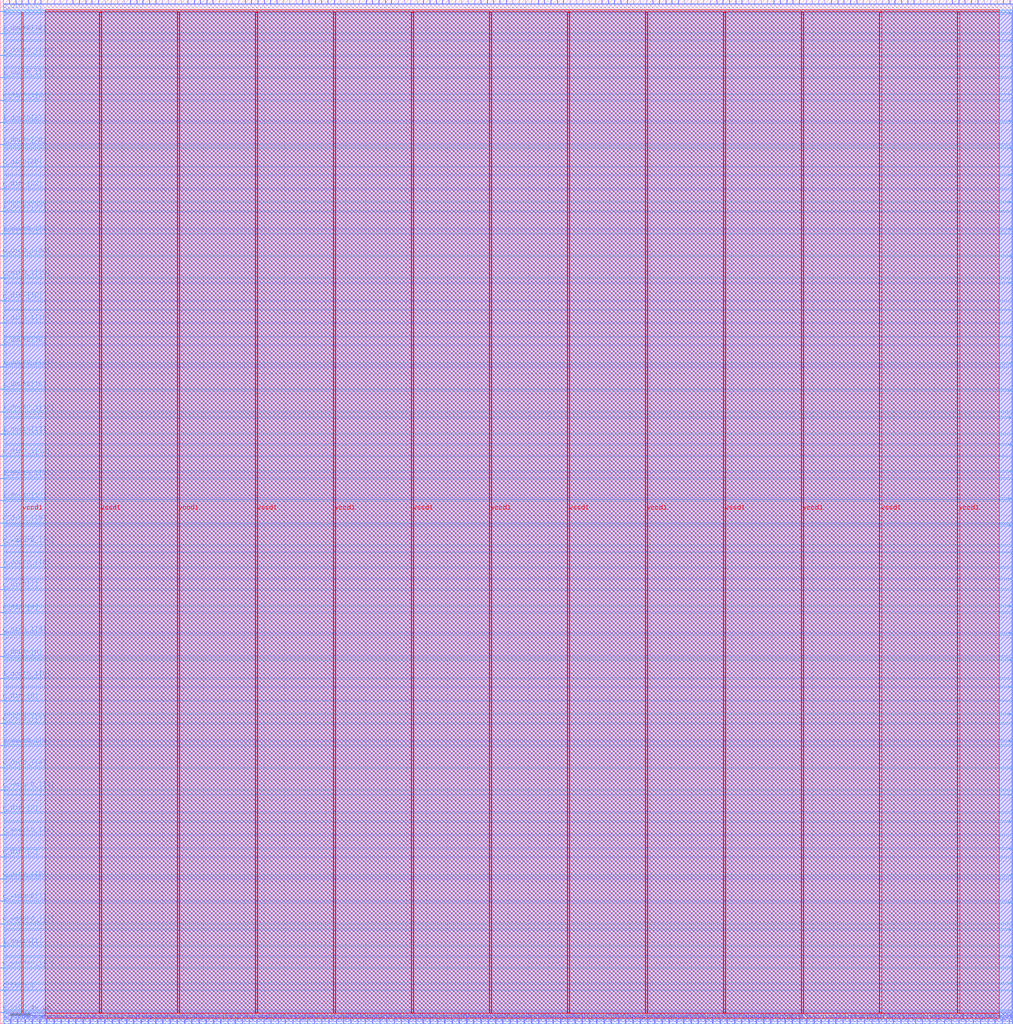
<source format=lef>
VERSION 5.7 ;
  NOWIREEXTENSIONATPIN ON ;
  DIVIDERCHAR "/" ;
  BUSBITCHARS "[]" ;
MACRO user_proj
  CLASS BLOCK ;
  FOREIGN user_proj ;
  ORIGIN 0.000 0.000 ;
  SIZE 997.120 BY 1007.840 ;
  PIN clk_i
    DIRECTION INPUT ;
    USE SIGNAL ;
    PORT
      LAYER met2 ;
        RECT 779.330 0.000 779.610 4.000 ;
    END
  END clk_i
  PIN i_dout0[0]
    DIRECTION INPUT ;
    USE SIGNAL ;
    PORT
      LAYER met2 ;
        RECT 793.590 0.000 793.870 4.000 ;
    END
  END i_dout0[0]
  PIN i_dout0[10]
    DIRECTION INPUT ;
    USE SIGNAL ;
    PORT
      LAYER met3 ;
        RECT 0.000 514.800 4.000 515.400 ;
    END
  END i_dout0[10]
  PIN i_dout0[11]
    DIRECTION INPUT ;
    USE SIGNAL ;
    PORT
      LAYER met2 ;
        RECT 830.390 1003.840 830.670 1007.840 ;
    END
  END i_dout0[11]
  PIN i_dout0[12]
    DIRECTION INPUT ;
    USE SIGNAL ;
    PORT
      LAYER met2 ;
        RECT 836.830 1003.840 837.110 1007.840 ;
    END
  END i_dout0[12]
  PIN i_dout0[13]
    DIRECTION INPUT ;
    USE SIGNAL ;
    PORT
      LAYER met3 ;
        RECT 0.000 580.080 4.000 580.680 ;
    END
  END i_dout0[13]
  PIN i_dout0[14]
    DIRECTION INPUT ;
    USE SIGNAL ;
    PORT
      LAYER met3 ;
        RECT 993.120 490.320 997.120 490.920 ;
    END
  END i_dout0[14]
  PIN i_dout0[15]
    DIRECTION INPUT ;
    USE SIGNAL ;
    PORT
      LAYER met3 ;
        RECT 993.120 569.880 997.120 570.480 ;
    END
  END i_dout0[15]
  PIN i_dout0[16]
    DIRECTION INPUT ;
    USE SIGNAL ;
    PORT
      LAYER met3 ;
        RECT 0.000 624.280 4.000 624.880 ;
    END
  END i_dout0[16]
  PIN i_dout0[17]
    DIRECTION INPUT ;
    USE SIGNAL ;
    PORT
      LAYER met3 ;
        RECT 993.120 622.920 997.120 623.520 ;
    END
  END i_dout0[17]
  PIN i_dout0[18]
    DIRECTION INPUT ;
    USE SIGNAL ;
    PORT
      LAYER met3 ;
        RECT 0.000 667.800 4.000 668.400 ;
    END
  END i_dout0[18]
  PIN i_dout0[19]
    DIRECTION INPUT ;
    USE SIGNAL ;
    PORT
      LAYER met2 ;
        RECT 893.410 1003.840 893.690 1007.840 ;
    END
  END i_dout0[19]
  PIN i_dout0[1]
    DIRECTION INPUT ;
    USE SIGNAL ;
    PORT
      LAYER met3 ;
        RECT 0.000 76.200 4.000 76.800 ;
    END
  END i_dout0[1]
  PIN i_dout0[20]
    DIRECTION INPUT ;
    USE SIGNAL ;
    PORT
      LAYER met2 ;
        RECT 905.830 1003.840 906.110 1007.840 ;
    END
  END i_dout0[20]
  PIN i_dout0[21]
    DIRECTION INPUT ;
    USE SIGNAL ;
    PORT
      LAYER met2 ;
        RECT 936.190 0.000 936.470 4.000 ;
    END
  END i_dout0[21]
  PIN i_dout0[22]
    DIRECTION INPUT ;
    USE SIGNAL ;
    PORT
      LAYER met3 ;
        RECT 0.000 799.040 4.000 799.640 ;
    END
  END i_dout0[22]
  PIN i_dout0[23]
    DIRECTION INPUT ;
    USE SIGNAL ;
    PORT
      LAYER met2 ;
        RECT 931.130 1003.840 931.410 1007.840 ;
    END
  END i_dout0[23]
  PIN i_dout0[24]
    DIRECTION INPUT ;
    USE SIGNAL ;
    PORT
      LAYER met3 ;
        RECT 993.120 861.600 997.120 862.200 ;
    END
  END i_dout0[24]
  PIN i_dout0[25]
    DIRECTION INPUT ;
    USE SIGNAL ;
    PORT
      LAYER met2 ;
        RECT 943.550 1003.840 943.830 1007.840 ;
    END
  END i_dout0[25]
  PIN i_dout0[26]
    DIRECTION INPUT ;
    USE SIGNAL ;
    PORT
      LAYER met3 ;
        RECT 0.000 865.000 4.000 865.600 ;
    END
  END i_dout0[26]
  PIN i_dout0[27]
    DIRECTION INPUT ;
    USE SIGNAL ;
    PORT
      LAYER met3 ;
        RECT 0.000 886.760 4.000 887.360 ;
    END
  END i_dout0[27]
  PIN i_dout0[28]
    DIRECTION INPUT ;
    USE SIGNAL ;
    PORT
      LAYER met3 ;
        RECT 993.120 941.160 997.120 941.760 ;
    END
  END i_dout0[28]
  PIN i_dout0[29]
    DIRECTION INPUT ;
    USE SIGNAL ;
    PORT
      LAYER met2 ;
        RECT 993.230 0.000 993.510 4.000 ;
    END
  END i_dout0[29]
  PIN i_dout0[2]
    DIRECTION INPUT ;
    USE SIGNAL ;
    PORT
      LAYER met3 ;
        RECT 993.120 172.080 997.120 172.680 ;
    END
  END i_dout0[2]
  PIN i_dout0[30]
    DIRECTION INPUT ;
    USE SIGNAL ;
    PORT
      LAYER met3 ;
        RECT 0.000 974.480 4.000 975.080 ;
    END
  END i_dout0[30]
  PIN i_dout0[31]
    DIRECTION INPUT ;
    USE SIGNAL ;
    PORT
      LAYER met3 ;
        RECT 993.120 994.200 997.120 994.800 ;
    END
  END i_dout0[31]
  PIN i_dout0[3]
    DIRECTION INPUT ;
    USE SIGNAL ;
    PORT
      LAYER met3 ;
        RECT 993.120 251.640 997.120 252.240 ;
    END
  END i_dout0[3]
  PIN i_dout0[4]
    DIRECTION INPUT ;
    USE SIGNAL ;
    PORT
      LAYER met3 ;
        RECT 993.120 331.200 997.120 331.800 ;
    END
  END i_dout0[4]
  PIN i_dout0[5]
    DIRECTION INPUT ;
    USE SIGNAL ;
    PORT
      LAYER met2 ;
        RECT 774.270 1003.840 774.550 1007.840 ;
    END
  END i_dout0[5]
  PIN i_dout0[6]
    DIRECTION INPUT ;
    USE SIGNAL ;
    PORT
      LAYER met3 ;
        RECT 0.000 361.120 4.000 361.720 ;
    END
  END i_dout0[6]
  PIN i_dout0[7]
    DIRECTION INPUT ;
    USE SIGNAL ;
    PORT
      LAYER met2 ;
        RECT 850.630 0.000 850.910 4.000 ;
    END
  END i_dout0[7]
  PIN i_dout0[8]
    DIRECTION INPUT ;
    USE SIGNAL ;
    PORT
      LAYER met2 ;
        RECT 805.550 1003.840 805.830 1007.840 ;
    END
  END i_dout0[8]
  PIN i_dout0[9]
    DIRECTION INPUT ;
    USE SIGNAL ;
    PORT
      LAYER met2 ;
        RECT 893.410 0.000 893.690 4.000 ;
    END
  END i_dout0[9]
  PIN i_dout0_1[0]
    DIRECTION INPUT ;
    USE SIGNAL ;
    PORT
      LAYER met2 ;
        RECT 800.950 0.000 801.230 4.000 ;
    END
  END i_dout0_1[0]
  PIN i_dout0_1[10]
    DIRECTION INPUT ;
    USE SIGNAL ;
    PORT
      LAYER met3 ;
        RECT 993.120 437.280 997.120 437.880 ;
    END
  END i_dout0_1[10]
  PIN i_dout0_1[11]
    DIRECTION INPUT ;
    USE SIGNAL ;
    PORT
      LAYER met3 ;
        RECT 0.000 536.560 4.000 537.160 ;
    END
  END i_dout0_1[11]
  PIN i_dout0_1[12]
    DIRECTION INPUT ;
    USE SIGNAL ;
    PORT
      LAYER met2 ;
        RECT 915.030 0.000 915.310 4.000 ;
    END
  END i_dout0_1[12]
  PIN i_dout0_1[13]
    DIRECTION INPUT ;
    USE SIGNAL ;
    PORT
      LAYER met2 ;
        RECT 843.270 1003.840 843.550 1007.840 ;
    END
  END i_dout0_1[13]
  PIN i_dout0_1[14]
    DIRECTION INPUT ;
    USE SIGNAL ;
    PORT
      LAYER met2 ;
        RECT 929.290 0.000 929.570 4.000 ;
    END
  END i_dout0_1[14]
  PIN i_dout0_1[15]
    DIRECTION INPUT ;
    USE SIGNAL ;
    PORT
      LAYER met3 ;
        RECT 993.120 543.360 997.120 543.960 ;
    END
  END i_dout0_1[15]
  PIN i_dout0_1[16]
    DIRECTION INPUT ;
    USE SIGNAL ;
    PORT
      LAYER met3 ;
        RECT 0.000 601.840 4.000 602.440 ;
    END
  END i_dout0_1[16]
  PIN i_dout0_1[17]
    DIRECTION INPUT ;
    USE SIGNAL ;
    PORT
      LAYER met3 ;
        RECT 0.000 646.040 4.000 646.640 ;
    END
  END i_dout0_1[17]
  PIN i_dout0_1[18]
    DIRECTION INPUT ;
    USE SIGNAL ;
    PORT
      LAYER met2 ;
        RECT 886.970 1003.840 887.250 1007.840 ;
    END
  END i_dout0_1[18]
  PIN i_dout0_1[19]
    DIRECTION INPUT ;
    USE SIGNAL ;
    PORT
      LAYER met3 ;
        RECT 993.120 675.960 997.120 676.560 ;
    END
  END i_dout0_1[19]
  PIN i_dout0_1[1]
    DIRECTION INPUT ;
    USE SIGNAL ;
    PORT
      LAYER met2 ;
        RECT 807.850 0.000 808.130 4.000 ;
    END
  END i_dout0_1[1]
  PIN i_dout0_1[20]
    DIRECTION INPUT ;
    USE SIGNAL ;
    PORT
      LAYER met3 ;
        RECT 993.120 702.480 997.120 703.080 ;
    END
  END i_dout0_1[20]
  PIN i_dout0_1[21]
    DIRECTION INPUT ;
    USE SIGNAL ;
    PORT
      LAYER met3 ;
        RECT 0.000 777.280 4.000 777.880 ;
    END
  END i_dout0_1[21]
  PIN i_dout0_1[22]
    DIRECTION INPUT ;
    USE SIGNAL ;
    PORT
      LAYER met2 ;
        RECT 918.250 1003.840 918.530 1007.840 ;
    END
  END i_dout0_1[22]
  PIN i_dout0_1[23]
    DIRECTION INPUT ;
    USE SIGNAL ;
    PORT
      LAYER met3 ;
        RECT 993.120 782.040 997.120 782.640 ;
    END
  END i_dout0_1[23]
  PIN i_dout0_1[24]
    DIRECTION INPUT ;
    USE SIGNAL ;
    PORT
      LAYER met3 ;
        RECT 993.120 835.080 997.120 835.680 ;
    END
  END i_dout0_1[24]
  PIN i_dout0_1[25]
    DIRECTION INPUT ;
    USE SIGNAL ;
    PORT
      LAYER met2 ;
        RECT 950.450 0.000 950.730 4.000 ;
    END
  END i_dout0_1[25]
  PIN i_dout0_1[26]
    DIRECTION INPUT ;
    USE SIGNAL ;
    PORT
      LAYER met2 ;
        RECT 957.810 0.000 958.090 4.000 ;
    END
  END i_dout0_1[26]
  PIN i_dout0_1[27]
    DIRECTION INPUT ;
    USE SIGNAL ;
    PORT
      LAYER met3 ;
        RECT 993.120 914.640 997.120 915.240 ;
    END
  END i_dout0_1[27]
  PIN i_dout0_1[28]
    DIRECTION INPUT ;
    USE SIGNAL ;
    PORT
      LAYER met2 ;
        RECT 978.970 0.000 979.250 4.000 ;
    END
  END i_dout0_1[28]
  PIN i_dout0_1[29]
    DIRECTION INPUT ;
    USE SIGNAL ;
    PORT
      LAYER met3 ;
        RECT 0.000 930.960 4.000 931.560 ;
    END
  END i_dout0_1[29]
  PIN i_dout0_1[2]
    DIRECTION INPUT ;
    USE SIGNAL ;
    PORT
      LAYER met2 ;
        RECT 815.210 0.000 815.490 4.000 ;
    END
  END i_dout0_1[2]
  PIN i_dout0_1[30]
    DIRECTION INPUT ;
    USE SIGNAL ;
    PORT
      LAYER met3 ;
        RECT 0.000 952.720 4.000 953.320 ;
    END
  END i_dout0_1[30]
  PIN i_dout0_1[31]
    DIRECTION INPUT ;
    USE SIGNAL ;
    PORT
      LAYER met2 ;
        RECT 987.250 1003.840 987.530 1007.840 ;
    END
  END i_dout0_1[31]
  PIN i_dout0_1[3]
    DIRECTION INPUT ;
    USE SIGNAL ;
    PORT
      LAYER met2 ;
        RECT 829.470 0.000 829.750 4.000 ;
    END
  END i_dout0_1[3]
  PIN i_dout0_1[4]
    DIRECTION INPUT ;
    USE SIGNAL ;
    PORT
      LAYER met2 ;
        RECT 755.410 1003.840 755.690 1007.840 ;
    END
  END i_dout0_1[4]
  PIN i_dout0_1[5]
    DIRECTION INPUT ;
    USE SIGNAL ;
    PORT
      LAYER met3 ;
        RECT 0.000 273.400 4.000 274.000 ;
    END
  END i_dout0_1[5]
  PIN i_dout0_1[6]
    DIRECTION INPUT ;
    USE SIGNAL ;
    PORT
      LAYER met3 ;
        RECT 0.000 339.360 4.000 339.960 ;
    END
  END i_dout0_1[6]
  PIN i_dout0_1[7]
    DIRECTION INPUT ;
    USE SIGNAL ;
    PORT
      LAYER met2 ;
        RECT 799.110 1003.840 799.390 1007.840 ;
    END
  END i_dout0_1[7]
  PIN i_dout0_1[8]
    DIRECTION INPUT ;
    USE SIGNAL ;
    PORT
      LAYER met3 ;
        RECT 0.000 448.840 4.000 449.440 ;
    END
  END i_dout0_1[8]
  PIN i_dout0_1[9]
    DIRECTION INPUT ;
    USE SIGNAL ;
    PORT
      LAYER met2 ;
        RECT 886.510 0.000 886.790 4.000 ;
    END
  END i_dout0_1[9]
  PIN io_in[0]
    DIRECTION INPUT ;
    USE SIGNAL ;
    PORT
      LAYER met2 ;
        RECT 2.850 1003.840 3.130 1007.840 ;
    END
  END io_in[0]
  PIN io_in[10]
    DIRECTION INPUT ;
    USE SIGNAL ;
    PORT
      LAYER met2 ;
        RECT 190.990 1003.840 191.270 1007.840 ;
    END
  END io_in[10]
  PIN io_in[11]
    DIRECTION INPUT ;
    USE SIGNAL ;
    PORT
      LAYER met2 ;
        RECT 209.390 1003.840 209.670 1007.840 ;
    END
  END io_in[11]
  PIN io_in[12]
    DIRECTION INPUT ;
    USE SIGNAL ;
    PORT
      LAYER met2 ;
        RECT 228.250 1003.840 228.530 1007.840 ;
    END
  END io_in[12]
  PIN io_in[13]
    DIRECTION INPUT ;
    USE SIGNAL ;
    PORT
      LAYER met2 ;
        RECT 247.110 1003.840 247.390 1007.840 ;
    END
  END io_in[13]
  PIN io_in[14]
    DIRECTION INPUT ;
    USE SIGNAL ;
    PORT
      LAYER met2 ;
        RECT 265.970 1003.840 266.250 1007.840 ;
    END
  END io_in[14]
  PIN io_in[15]
    DIRECTION INPUT ;
    USE SIGNAL ;
    PORT
      LAYER met2 ;
        RECT 284.830 1003.840 285.110 1007.840 ;
    END
  END io_in[15]
  PIN io_in[16]
    DIRECTION INPUT ;
    USE SIGNAL ;
    PORT
      LAYER met2 ;
        RECT 303.690 1003.840 303.970 1007.840 ;
    END
  END io_in[16]
  PIN io_in[17]
    DIRECTION INPUT ;
    USE SIGNAL ;
    PORT
      LAYER met2 ;
        RECT 322.550 1003.840 322.830 1007.840 ;
    END
  END io_in[17]
  PIN io_in[18]
    DIRECTION INPUT ;
    USE SIGNAL ;
    PORT
      LAYER met2 ;
        RECT 341.410 1003.840 341.690 1007.840 ;
    END
  END io_in[18]
  PIN io_in[19]
    DIRECTION INPUT ;
    USE SIGNAL ;
    PORT
      LAYER met2 ;
        RECT 360.270 1003.840 360.550 1007.840 ;
    END
  END io_in[19]
  PIN io_in[1]
    DIRECTION INPUT ;
    USE SIGNAL ;
    PORT
      LAYER met2 ;
        RECT 21.250 1003.840 21.530 1007.840 ;
    END
  END io_in[1]
  PIN io_in[20]
    DIRECTION INPUT ;
    USE SIGNAL ;
    PORT
      LAYER met2 ;
        RECT 379.130 1003.840 379.410 1007.840 ;
    END
  END io_in[20]
  PIN io_in[21]
    DIRECTION INPUT ;
    USE SIGNAL ;
    PORT
      LAYER met2 ;
        RECT 397.990 1003.840 398.270 1007.840 ;
    END
  END io_in[21]
  PIN io_in[22]
    DIRECTION INPUT ;
    USE SIGNAL ;
    PORT
      LAYER met2 ;
        RECT 416.390 1003.840 416.670 1007.840 ;
    END
  END io_in[22]
  PIN io_in[23]
    DIRECTION INPUT ;
    USE SIGNAL ;
    PORT
      LAYER met2 ;
        RECT 435.250 1003.840 435.530 1007.840 ;
    END
  END io_in[23]
  PIN io_in[24]
    DIRECTION INPUT ;
    USE SIGNAL ;
    PORT
      LAYER met2 ;
        RECT 454.110 1003.840 454.390 1007.840 ;
    END
  END io_in[24]
  PIN io_in[25]
    DIRECTION INPUT ;
    USE SIGNAL ;
    PORT
      LAYER met2 ;
        RECT 472.970 1003.840 473.250 1007.840 ;
    END
  END io_in[25]
  PIN io_in[26]
    DIRECTION INPUT ;
    USE SIGNAL ;
    PORT
      LAYER met2 ;
        RECT 491.830 1003.840 492.110 1007.840 ;
    END
  END io_in[26]
  PIN io_in[27]
    DIRECTION INPUT ;
    USE SIGNAL ;
    PORT
      LAYER met2 ;
        RECT 510.690 1003.840 510.970 1007.840 ;
    END
  END io_in[27]
  PIN io_in[28]
    DIRECTION INPUT ;
    USE SIGNAL ;
    PORT
      LAYER met2 ;
        RECT 529.550 1003.840 529.830 1007.840 ;
    END
  END io_in[28]
  PIN io_in[29]
    DIRECTION INPUT ;
    USE SIGNAL ;
    PORT
      LAYER met2 ;
        RECT 548.410 1003.840 548.690 1007.840 ;
    END
  END io_in[29]
  PIN io_in[2]
    DIRECTION INPUT ;
    USE SIGNAL ;
    PORT
      LAYER met2 ;
        RECT 40.110 1003.840 40.390 1007.840 ;
    END
  END io_in[2]
  PIN io_in[30]
    DIRECTION INPUT ;
    USE SIGNAL ;
    PORT
      LAYER met2 ;
        RECT 567.270 1003.840 567.550 1007.840 ;
    END
  END io_in[30]
  PIN io_in[31]
    DIRECTION INPUT ;
    USE SIGNAL ;
    PORT
      LAYER met2 ;
        RECT 586.130 1003.840 586.410 1007.840 ;
    END
  END io_in[31]
  PIN io_in[32]
    DIRECTION INPUT ;
    USE SIGNAL ;
    PORT
      LAYER met2 ;
        RECT 604.530 1003.840 604.810 1007.840 ;
    END
  END io_in[32]
  PIN io_in[33]
    DIRECTION INPUT ;
    USE SIGNAL ;
    PORT
      LAYER met2 ;
        RECT 623.390 1003.840 623.670 1007.840 ;
    END
  END io_in[33]
  PIN io_in[34]
    DIRECTION INPUT ;
    USE SIGNAL ;
    PORT
      LAYER met2 ;
        RECT 642.250 1003.840 642.530 1007.840 ;
    END
  END io_in[34]
  PIN io_in[35]
    DIRECTION INPUT ;
    USE SIGNAL ;
    PORT
      LAYER met2 ;
        RECT 661.110 1003.840 661.390 1007.840 ;
    END
  END io_in[35]
  PIN io_in[36]
    DIRECTION INPUT ;
    USE SIGNAL ;
    PORT
      LAYER met2 ;
        RECT 679.970 1003.840 680.250 1007.840 ;
    END
  END io_in[36]
  PIN io_in[37]
    DIRECTION INPUT ;
    USE SIGNAL ;
    PORT
      LAYER met2 ;
        RECT 698.830 1003.840 699.110 1007.840 ;
    END
  END io_in[37]
  PIN io_in[3]
    DIRECTION INPUT ;
    USE SIGNAL ;
    PORT
      LAYER met2 ;
        RECT 58.970 1003.840 59.250 1007.840 ;
    END
  END io_in[3]
  PIN io_in[4]
    DIRECTION INPUT ;
    USE SIGNAL ;
    PORT
      LAYER met2 ;
        RECT 77.830 1003.840 78.110 1007.840 ;
    END
  END io_in[4]
  PIN io_in[5]
    DIRECTION INPUT ;
    USE SIGNAL ;
    PORT
      LAYER met2 ;
        RECT 96.690 1003.840 96.970 1007.840 ;
    END
  END io_in[5]
  PIN io_in[6]
    DIRECTION INPUT ;
    USE SIGNAL ;
    PORT
      LAYER met2 ;
        RECT 115.550 1003.840 115.830 1007.840 ;
    END
  END io_in[6]
  PIN io_in[7]
    DIRECTION INPUT ;
    USE SIGNAL ;
    PORT
      LAYER met2 ;
        RECT 134.410 1003.840 134.690 1007.840 ;
    END
  END io_in[7]
  PIN io_in[8]
    DIRECTION INPUT ;
    USE SIGNAL ;
    PORT
      LAYER met2 ;
        RECT 153.270 1003.840 153.550 1007.840 ;
    END
  END io_in[8]
  PIN io_in[9]
    DIRECTION INPUT ;
    USE SIGNAL ;
    PORT
      LAYER met2 ;
        RECT 172.130 1003.840 172.410 1007.840 ;
    END
  END io_in[9]
  PIN io_oeb[0]
    DIRECTION OUTPUT TRISTATE ;
    USE SIGNAL ;
    PORT
      LAYER met2 ;
        RECT 8.830 1003.840 9.110 1007.840 ;
    END
  END io_oeb[0]
  PIN io_oeb[10]
    DIRECTION OUTPUT TRISTATE ;
    USE SIGNAL ;
    PORT
      LAYER met2 ;
        RECT 196.970 1003.840 197.250 1007.840 ;
    END
  END io_oeb[10]
  PIN io_oeb[11]
    DIRECTION OUTPUT TRISTATE ;
    USE SIGNAL ;
    PORT
      LAYER met2 ;
        RECT 215.830 1003.840 216.110 1007.840 ;
    END
  END io_oeb[11]
  PIN io_oeb[12]
    DIRECTION OUTPUT TRISTATE ;
    USE SIGNAL ;
    PORT
      LAYER met2 ;
        RECT 234.690 1003.840 234.970 1007.840 ;
    END
  END io_oeb[12]
  PIN io_oeb[13]
    DIRECTION OUTPUT TRISTATE ;
    USE SIGNAL ;
    PORT
      LAYER met2 ;
        RECT 253.550 1003.840 253.830 1007.840 ;
    END
  END io_oeb[13]
  PIN io_oeb[14]
    DIRECTION OUTPUT TRISTATE ;
    USE SIGNAL ;
    PORT
      LAYER met2 ;
        RECT 272.410 1003.840 272.690 1007.840 ;
    END
  END io_oeb[14]
  PIN io_oeb[15]
    DIRECTION OUTPUT TRISTATE ;
    USE SIGNAL ;
    PORT
      LAYER met2 ;
        RECT 291.270 1003.840 291.550 1007.840 ;
    END
  END io_oeb[15]
  PIN io_oeb[16]
    DIRECTION OUTPUT TRISTATE ;
    USE SIGNAL ;
    PORT
      LAYER met2 ;
        RECT 310.130 1003.840 310.410 1007.840 ;
    END
  END io_oeb[16]
  PIN io_oeb[17]
    DIRECTION OUTPUT TRISTATE ;
    USE SIGNAL ;
    PORT
      LAYER met2 ;
        RECT 328.990 1003.840 329.270 1007.840 ;
    END
  END io_oeb[17]
  PIN io_oeb[18]
    DIRECTION OUTPUT TRISTATE ;
    USE SIGNAL ;
    PORT
      LAYER met2 ;
        RECT 347.390 1003.840 347.670 1007.840 ;
    END
  END io_oeb[18]
  PIN io_oeb[19]
    DIRECTION OUTPUT TRISTATE ;
    USE SIGNAL ;
    PORT
      LAYER met2 ;
        RECT 366.250 1003.840 366.530 1007.840 ;
    END
  END io_oeb[19]
  PIN io_oeb[1]
    DIRECTION OUTPUT TRISTATE ;
    USE SIGNAL ;
    PORT
      LAYER met2 ;
        RECT 27.690 1003.840 27.970 1007.840 ;
    END
  END io_oeb[1]
  PIN io_oeb[20]
    DIRECTION OUTPUT TRISTATE ;
    USE SIGNAL ;
    PORT
      LAYER met2 ;
        RECT 385.110 1003.840 385.390 1007.840 ;
    END
  END io_oeb[20]
  PIN io_oeb[21]
    DIRECTION OUTPUT TRISTATE ;
    USE SIGNAL ;
    PORT
      LAYER met2 ;
        RECT 403.970 1003.840 404.250 1007.840 ;
    END
  END io_oeb[21]
  PIN io_oeb[22]
    DIRECTION OUTPUT TRISTATE ;
    USE SIGNAL ;
    PORT
      LAYER met2 ;
        RECT 422.830 1003.840 423.110 1007.840 ;
    END
  END io_oeb[22]
  PIN io_oeb[23]
    DIRECTION OUTPUT TRISTATE ;
    USE SIGNAL ;
    PORT
      LAYER met2 ;
        RECT 441.690 1003.840 441.970 1007.840 ;
    END
  END io_oeb[23]
  PIN io_oeb[24]
    DIRECTION OUTPUT TRISTATE ;
    USE SIGNAL ;
    PORT
      LAYER met2 ;
        RECT 460.550 1003.840 460.830 1007.840 ;
    END
  END io_oeb[24]
  PIN io_oeb[25]
    DIRECTION OUTPUT TRISTATE ;
    USE SIGNAL ;
    PORT
      LAYER met2 ;
        RECT 479.410 1003.840 479.690 1007.840 ;
    END
  END io_oeb[25]
  PIN io_oeb[26]
    DIRECTION OUTPUT TRISTATE ;
    USE SIGNAL ;
    PORT
      LAYER met2 ;
        RECT 498.270 1003.840 498.550 1007.840 ;
    END
  END io_oeb[26]
  PIN io_oeb[27]
    DIRECTION OUTPUT TRISTATE ;
    USE SIGNAL ;
    PORT
      LAYER met2 ;
        RECT 517.130 1003.840 517.410 1007.840 ;
    END
  END io_oeb[27]
  PIN io_oeb[28]
    DIRECTION OUTPUT TRISTATE ;
    USE SIGNAL ;
    PORT
      LAYER met2 ;
        RECT 535.530 1003.840 535.810 1007.840 ;
    END
  END io_oeb[28]
  PIN io_oeb[29]
    DIRECTION OUTPUT TRISTATE ;
    USE SIGNAL ;
    PORT
      LAYER met2 ;
        RECT 554.390 1003.840 554.670 1007.840 ;
    END
  END io_oeb[29]
  PIN io_oeb[2]
    DIRECTION OUTPUT TRISTATE ;
    USE SIGNAL ;
    PORT
      LAYER met2 ;
        RECT 46.550 1003.840 46.830 1007.840 ;
    END
  END io_oeb[2]
  PIN io_oeb[30]
    DIRECTION OUTPUT TRISTATE ;
    USE SIGNAL ;
    PORT
      LAYER met2 ;
        RECT 573.250 1003.840 573.530 1007.840 ;
    END
  END io_oeb[30]
  PIN io_oeb[31]
    DIRECTION OUTPUT TRISTATE ;
    USE SIGNAL ;
    PORT
      LAYER met2 ;
        RECT 592.110 1003.840 592.390 1007.840 ;
    END
  END io_oeb[31]
  PIN io_oeb[32]
    DIRECTION OUTPUT TRISTATE ;
    USE SIGNAL ;
    PORT
      LAYER met2 ;
        RECT 610.970 1003.840 611.250 1007.840 ;
    END
  END io_oeb[32]
  PIN io_oeb[33]
    DIRECTION OUTPUT TRISTATE ;
    USE SIGNAL ;
    PORT
      LAYER met2 ;
        RECT 629.830 1003.840 630.110 1007.840 ;
    END
  END io_oeb[33]
  PIN io_oeb[34]
    DIRECTION OUTPUT TRISTATE ;
    USE SIGNAL ;
    PORT
      LAYER met2 ;
        RECT 648.690 1003.840 648.970 1007.840 ;
    END
  END io_oeb[34]
  PIN io_oeb[35]
    DIRECTION OUTPUT TRISTATE ;
    USE SIGNAL ;
    PORT
      LAYER met2 ;
        RECT 667.550 1003.840 667.830 1007.840 ;
    END
  END io_oeb[35]
  PIN io_oeb[36]
    DIRECTION OUTPUT TRISTATE ;
    USE SIGNAL ;
    PORT
      LAYER met2 ;
        RECT 686.410 1003.840 686.690 1007.840 ;
    END
  END io_oeb[36]
  PIN io_oeb[37]
    DIRECTION OUTPUT TRISTATE ;
    USE SIGNAL ;
    PORT
      LAYER met2 ;
        RECT 705.270 1003.840 705.550 1007.840 ;
    END
  END io_oeb[37]
  PIN io_oeb[3]
    DIRECTION OUTPUT TRISTATE ;
    USE SIGNAL ;
    PORT
      LAYER met2 ;
        RECT 65.410 1003.840 65.690 1007.840 ;
    END
  END io_oeb[3]
  PIN io_oeb[4]
    DIRECTION OUTPUT TRISTATE ;
    USE SIGNAL ;
    PORT
      LAYER met2 ;
        RECT 84.270 1003.840 84.550 1007.840 ;
    END
  END io_oeb[4]
  PIN io_oeb[5]
    DIRECTION OUTPUT TRISTATE ;
    USE SIGNAL ;
    PORT
      LAYER met2 ;
        RECT 103.130 1003.840 103.410 1007.840 ;
    END
  END io_oeb[5]
  PIN io_oeb[6]
    DIRECTION OUTPUT TRISTATE ;
    USE SIGNAL ;
    PORT
      LAYER met2 ;
        RECT 121.990 1003.840 122.270 1007.840 ;
    END
  END io_oeb[6]
  PIN io_oeb[7]
    DIRECTION OUTPUT TRISTATE ;
    USE SIGNAL ;
    PORT
      LAYER met2 ;
        RECT 140.390 1003.840 140.670 1007.840 ;
    END
  END io_oeb[7]
  PIN io_oeb[8]
    DIRECTION OUTPUT TRISTATE ;
    USE SIGNAL ;
    PORT
      LAYER met2 ;
        RECT 159.250 1003.840 159.530 1007.840 ;
    END
  END io_oeb[8]
  PIN io_oeb[9]
    DIRECTION OUTPUT TRISTATE ;
    USE SIGNAL ;
    PORT
      LAYER met2 ;
        RECT 178.110 1003.840 178.390 1007.840 ;
    END
  END io_oeb[9]
  PIN io_out[0]
    DIRECTION OUTPUT TRISTATE ;
    USE SIGNAL ;
    PORT
      LAYER met2 ;
        RECT 15.270 1003.840 15.550 1007.840 ;
    END
  END io_out[0]
  PIN io_out[10]
    DIRECTION OUTPUT TRISTATE ;
    USE SIGNAL ;
    PORT
      LAYER met2 ;
        RECT 203.410 1003.840 203.690 1007.840 ;
    END
  END io_out[10]
  PIN io_out[11]
    DIRECTION OUTPUT TRISTATE ;
    USE SIGNAL ;
    PORT
      LAYER met2 ;
        RECT 222.270 1003.840 222.550 1007.840 ;
    END
  END io_out[11]
  PIN io_out[12]
    DIRECTION OUTPUT TRISTATE ;
    USE SIGNAL ;
    PORT
      LAYER met2 ;
        RECT 241.130 1003.840 241.410 1007.840 ;
    END
  END io_out[12]
  PIN io_out[13]
    DIRECTION OUTPUT TRISTATE ;
    USE SIGNAL ;
    PORT
      LAYER met2 ;
        RECT 259.990 1003.840 260.270 1007.840 ;
    END
  END io_out[13]
  PIN io_out[14]
    DIRECTION OUTPUT TRISTATE ;
    USE SIGNAL ;
    PORT
      LAYER met2 ;
        RECT 278.390 1003.840 278.670 1007.840 ;
    END
  END io_out[14]
  PIN io_out[15]
    DIRECTION OUTPUT TRISTATE ;
    USE SIGNAL ;
    PORT
      LAYER met2 ;
        RECT 297.250 1003.840 297.530 1007.840 ;
    END
  END io_out[15]
  PIN io_out[16]
    DIRECTION OUTPUT TRISTATE ;
    USE SIGNAL ;
    PORT
      LAYER met2 ;
        RECT 316.110 1003.840 316.390 1007.840 ;
    END
  END io_out[16]
  PIN io_out[17]
    DIRECTION OUTPUT TRISTATE ;
    USE SIGNAL ;
    PORT
      LAYER met2 ;
        RECT 334.970 1003.840 335.250 1007.840 ;
    END
  END io_out[17]
  PIN io_out[18]
    DIRECTION OUTPUT TRISTATE ;
    USE SIGNAL ;
    PORT
      LAYER met2 ;
        RECT 353.830 1003.840 354.110 1007.840 ;
    END
  END io_out[18]
  PIN io_out[19]
    DIRECTION OUTPUT TRISTATE ;
    USE SIGNAL ;
    PORT
      LAYER met2 ;
        RECT 372.690 1003.840 372.970 1007.840 ;
    END
  END io_out[19]
  PIN io_out[1]
    DIRECTION OUTPUT TRISTATE ;
    USE SIGNAL ;
    PORT
      LAYER met2 ;
        RECT 34.130 1003.840 34.410 1007.840 ;
    END
  END io_out[1]
  PIN io_out[20]
    DIRECTION OUTPUT TRISTATE ;
    USE SIGNAL ;
    PORT
      LAYER met2 ;
        RECT 391.550 1003.840 391.830 1007.840 ;
    END
  END io_out[20]
  PIN io_out[21]
    DIRECTION OUTPUT TRISTATE ;
    USE SIGNAL ;
    PORT
      LAYER met2 ;
        RECT 410.410 1003.840 410.690 1007.840 ;
    END
  END io_out[21]
  PIN io_out[22]
    DIRECTION OUTPUT TRISTATE ;
    USE SIGNAL ;
    PORT
      LAYER met2 ;
        RECT 429.270 1003.840 429.550 1007.840 ;
    END
  END io_out[22]
  PIN io_out[23]
    DIRECTION OUTPUT TRISTATE ;
    USE SIGNAL ;
    PORT
      LAYER met2 ;
        RECT 448.130 1003.840 448.410 1007.840 ;
    END
  END io_out[23]
  PIN io_out[24]
    DIRECTION OUTPUT TRISTATE ;
    USE SIGNAL ;
    PORT
      LAYER met2 ;
        RECT 466.990 1003.840 467.270 1007.840 ;
    END
  END io_out[24]
  PIN io_out[25]
    DIRECTION OUTPUT TRISTATE ;
    USE SIGNAL ;
    PORT
      LAYER met2 ;
        RECT 485.390 1003.840 485.670 1007.840 ;
    END
  END io_out[25]
  PIN io_out[26]
    DIRECTION OUTPUT TRISTATE ;
    USE SIGNAL ;
    PORT
      LAYER met2 ;
        RECT 504.250 1003.840 504.530 1007.840 ;
    END
  END io_out[26]
  PIN io_out[27]
    DIRECTION OUTPUT TRISTATE ;
    USE SIGNAL ;
    PORT
      LAYER met2 ;
        RECT 523.110 1003.840 523.390 1007.840 ;
    END
  END io_out[27]
  PIN io_out[28]
    DIRECTION OUTPUT TRISTATE ;
    USE SIGNAL ;
    PORT
      LAYER met2 ;
        RECT 541.970 1003.840 542.250 1007.840 ;
    END
  END io_out[28]
  PIN io_out[29]
    DIRECTION OUTPUT TRISTATE ;
    USE SIGNAL ;
    PORT
      LAYER met2 ;
        RECT 560.830 1003.840 561.110 1007.840 ;
    END
  END io_out[29]
  PIN io_out[2]
    DIRECTION OUTPUT TRISTATE ;
    USE SIGNAL ;
    PORT
      LAYER met2 ;
        RECT 52.990 1003.840 53.270 1007.840 ;
    END
  END io_out[2]
  PIN io_out[30]
    DIRECTION OUTPUT TRISTATE ;
    USE SIGNAL ;
    PORT
      LAYER met2 ;
        RECT 579.690 1003.840 579.970 1007.840 ;
    END
  END io_out[30]
  PIN io_out[31]
    DIRECTION OUTPUT TRISTATE ;
    USE SIGNAL ;
    PORT
      LAYER met2 ;
        RECT 598.550 1003.840 598.830 1007.840 ;
    END
  END io_out[31]
  PIN io_out[32]
    DIRECTION OUTPUT TRISTATE ;
    USE SIGNAL ;
    PORT
      LAYER met2 ;
        RECT 617.410 1003.840 617.690 1007.840 ;
    END
  END io_out[32]
  PIN io_out[33]
    DIRECTION OUTPUT TRISTATE ;
    USE SIGNAL ;
    PORT
      LAYER met2 ;
        RECT 636.270 1003.840 636.550 1007.840 ;
    END
  END io_out[33]
  PIN io_out[34]
    DIRECTION OUTPUT TRISTATE ;
    USE SIGNAL ;
    PORT
      LAYER met2 ;
        RECT 655.130 1003.840 655.410 1007.840 ;
    END
  END io_out[34]
  PIN io_out[35]
    DIRECTION OUTPUT TRISTATE ;
    USE SIGNAL ;
    PORT
      LAYER met2 ;
        RECT 673.530 1003.840 673.810 1007.840 ;
    END
  END io_out[35]
  PIN io_out[36]
    DIRECTION OUTPUT TRISTATE ;
    USE SIGNAL ;
    PORT
      LAYER met2 ;
        RECT 692.390 1003.840 692.670 1007.840 ;
    END
  END io_out[36]
  PIN io_out[37]
    DIRECTION OUTPUT TRISTATE ;
    USE SIGNAL ;
    PORT
      LAYER met2 ;
        RECT 711.250 1003.840 711.530 1007.840 ;
    END
  END io_out[37]
  PIN io_out[3]
    DIRECTION OUTPUT TRISTATE ;
    USE SIGNAL ;
    PORT
      LAYER met2 ;
        RECT 71.390 1003.840 71.670 1007.840 ;
    END
  END io_out[3]
  PIN io_out[4]
    DIRECTION OUTPUT TRISTATE ;
    USE SIGNAL ;
    PORT
      LAYER met2 ;
        RECT 90.250 1003.840 90.530 1007.840 ;
    END
  END io_out[4]
  PIN io_out[5]
    DIRECTION OUTPUT TRISTATE ;
    USE SIGNAL ;
    PORT
      LAYER met2 ;
        RECT 109.110 1003.840 109.390 1007.840 ;
    END
  END io_out[5]
  PIN io_out[6]
    DIRECTION OUTPUT TRISTATE ;
    USE SIGNAL ;
    PORT
      LAYER met2 ;
        RECT 127.970 1003.840 128.250 1007.840 ;
    END
  END io_out[6]
  PIN io_out[7]
    DIRECTION OUTPUT TRISTATE ;
    USE SIGNAL ;
    PORT
      LAYER met2 ;
        RECT 146.830 1003.840 147.110 1007.840 ;
    END
  END io_out[7]
  PIN io_out[8]
    DIRECTION OUTPUT TRISTATE ;
    USE SIGNAL ;
    PORT
      LAYER met2 ;
        RECT 165.690 1003.840 165.970 1007.840 ;
    END
  END io_out[8]
  PIN io_out[9]
    DIRECTION OUTPUT TRISTATE ;
    USE SIGNAL ;
    PORT
      LAYER met2 ;
        RECT 184.550 1003.840 184.830 1007.840 ;
    END
  END io_out[9]
  PIN irq[0]
    DIRECTION OUTPUT TRISTATE ;
    USE SIGNAL ;
    PORT
      LAYER met2 ;
        RECT 758.170 0.000 758.450 4.000 ;
    END
  END irq[0]
  PIN irq[1]
    DIRECTION OUTPUT TRISTATE ;
    USE SIGNAL ;
    PORT
      LAYER met2 ;
        RECT 765.070 0.000 765.350 4.000 ;
    END
  END irq[1]
  PIN irq[2]
    DIRECTION OUTPUT TRISTATE ;
    USE SIGNAL ;
    PORT
      LAYER met2 ;
        RECT 772.430 0.000 772.710 4.000 ;
    END
  END irq[2]
  PIN o_csb0
    DIRECTION OUTPUT TRISTATE ;
    USE SIGNAL ;
    PORT
      LAYER met3 ;
        RECT 0.000 10.920 4.000 11.520 ;
    END
  END o_csb0
  PIN o_csb0_1
    DIRECTION OUTPUT TRISTATE ;
    USE SIGNAL ;
    PORT
      LAYER met3 ;
        RECT 0.000 32.680 4.000 33.280 ;
    END
  END o_csb0_1
  PIN o_din0[0]
    DIRECTION OUTPUT TRISTATE ;
    USE SIGNAL ;
    PORT
      LAYER met3 ;
        RECT 993.120 12.960 997.120 13.560 ;
    END
  END o_din0[0]
  PIN o_din0[10]
    DIRECTION OUTPUT TRISTATE ;
    USE SIGNAL ;
    PORT
      LAYER met2 ;
        RECT 824.410 1003.840 824.690 1007.840 ;
    END
  END o_din0[10]
  PIN o_din0[11]
    DIRECTION OUTPUT TRISTATE ;
    USE SIGNAL ;
    PORT
      LAYER met2 ;
        RECT 907.670 0.000 907.950 4.000 ;
    END
  END o_din0[11]
  PIN o_din0[12]
    DIRECTION OUTPUT TRISTATE ;
    USE SIGNAL ;
    PORT
      LAYER met3 ;
        RECT 993.120 463.800 997.120 464.400 ;
    END
  END o_din0[12]
  PIN o_din0[13]
    DIRECTION OUTPUT TRISTATE ;
    USE SIGNAL ;
    PORT
      LAYER met2 ;
        RECT 921.930 0.000 922.210 4.000 ;
    END
  END o_din0[13]
  PIN o_din0[14]
    DIRECTION OUTPUT TRISTATE ;
    USE SIGNAL ;
    PORT
      LAYER met3 ;
        RECT 993.120 516.840 997.120 517.440 ;
    END
  END o_din0[14]
  PIN o_din0[15]
    DIRECTION OUTPUT TRISTATE ;
    USE SIGNAL ;
    PORT
      LAYER met2 ;
        RECT 868.110 1003.840 868.390 1007.840 ;
    END
  END o_din0[15]
  PIN o_din0[16]
    DIRECTION OUTPUT TRISTATE ;
    USE SIGNAL ;
    PORT
      LAYER met3 ;
        RECT 993.120 596.400 997.120 597.000 ;
    END
  END o_din0[16]
  PIN o_din0[17]
    DIRECTION OUTPUT TRISTATE ;
    USE SIGNAL ;
    PORT
      LAYER met3 ;
        RECT 993.120 649.440 997.120 650.040 ;
    END
  END o_din0[17]
  PIN o_din0[18]
    DIRECTION OUTPUT TRISTATE ;
    USE SIGNAL ;
    PORT
      LAYER met3 ;
        RECT 0.000 711.320 4.000 711.920 ;
    END
  END o_din0[18]
  PIN o_din0[19]
    DIRECTION OUTPUT TRISTATE ;
    USE SIGNAL ;
    PORT
      LAYER met2 ;
        RECT 899.390 1003.840 899.670 1007.840 ;
    END
  END o_din0[19]
  PIN o_din0[1]
    DIRECTION OUTPUT TRISTATE ;
    USE SIGNAL ;
    PORT
      LAYER met3 ;
        RECT 993.120 92.520 997.120 93.120 ;
    END
  END o_din0[1]
  PIN o_din0[20]
    DIRECTION OUTPUT TRISTATE ;
    USE SIGNAL ;
    PORT
      LAYER met2 ;
        RECT 912.270 1003.840 912.550 1007.840 ;
    END
  END o_din0[20]
  PIN o_din0[21]
    DIRECTION OUTPUT TRISTATE ;
    USE SIGNAL ;
    PORT
      LAYER met3 ;
        RECT 993.120 755.520 997.120 756.120 ;
    END
  END o_din0[21]
  PIN o_din0[22]
    DIRECTION OUTPUT TRISTATE ;
    USE SIGNAL ;
    PORT
      LAYER met3 ;
        RECT 0.000 821.480 4.000 822.080 ;
    END
  END o_din0[22]
  PIN o_din0[23]
    DIRECTION OUTPUT TRISTATE ;
    USE SIGNAL ;
    PORT
      LAYER met2 ;
        RECT 937.110 1003.840 937.390 1007.840 ;
    END
  END o_din0[23]
  PIN o_din0[24]
    DIRECTION OUTPUT TRISTATE ;
    USE SIGNAL ;
    PORT
      LAYER met2 ;
        RECT 943.550 0.000 943.830 4.000 ;
    END
  END o_din0[24]
  PIN o_din0[25]
    DIRECTION OUTPUT TRISTATE ;
    USE SIGNAL ;
    PORT
      LAYER met3 ;
        RECT 0.000 843.240 4.000 843.840 ;
    END
  END o_din0[25]
  PIN o_din0[26]
    DIRECTION OUTPUT TRISTATE ;
    USE SIGNAL ;
    PORT
      LAYER met2 ;
        RECT 955.970 1003.840 956.250 1007.840 ;
    END
  END o_din0[26]
  PIN o_din0[27]
    DIRECTION OUTPUT TRISTATE ;
    USE SIGNAL ;
    PORT
      LAYER met2 ;
        RECT 962.410 1003.840 962.690 1007.840 ;
    END
  END o_din0[27]
  PIN o_din0[28]
    DIRECTION OUTPUT TRISTATE ;
    USE SIGNAL ;
    PORT
      LAYER met2 ;
        RECT 986.330 0.000 986.610 4.000 ;
    END
  END o_din0[28]
  PIN o_din0[29]
    DIRECTION OUTPUT TRISTATE ;
    USE SIGNAL ;
    PORT
      LAYER met2 ;
        RECT 974.830 1003.840 975.110 1007.840 ;
    END
  END o_din0[29]
  PIN o_din0[2]
    DIRECTION OUTPUT TRISTATE ;
    USE SIGNAL ;
    PORT
      LAYER met3 ;
        RECT 0.000 163.920 4.000 164.520 ;
    END
  END o_din0[2]
  PIN o_din0[30]
    DIRECTION OUTPUT TRISTATE ;
    USE SIGNAL ;
    PORT
      LAYER met2 ;
        RECT 981.270 1003.840 981.550 1007.840 ;
    END
  END o_din0[30]
  PIN o_din0[31]
    DIRECTION OUTPUT TRISTATE ;
    USE SIGNAL ;
    PORT
      LAYER met3 ;
        RECT 0.000 996.240 4.000 996.840 ;
    END
  END o_din0[31]
  PIN o_din0[3]
    DIRECTION OUTPUT TRISTATE ;
    USE SIGNAL ;
    PORT
      LAYER met3 ;
        RECT 0.000 207.440 4.000 208.040 ;
    END
  END o_din0[3]
  PIN o_din0[4]
    DIRECTION OUTPUT TRISTATE ;
    USE SIGNAL ;
    PORT
      LAYER met3 ;
        RECT 993.120 357.720 997.120 358.320 ;
    END
  END o_din0[4]
  PIN o_din0[5]
    DIRECTION OUTPUT TRISTATE ;
    USE SIGNAL ;
    PORT
      LAYER met3 ;
        RECT 0.000 317.600 4.000 318.200 ;
    END
  END o_din0[5]
  PIN o_din0[6]
    DIRECTION OUTPUT TRISTATE ;
    USE SIGNAL ;
    PORT
      LAYER met3 ;
        RECT 0.000 404.640 4.000 405.240 ;
    END
  END o_din0[6]
  PIN o_din0[7]
    DIRECTION OUTPUT TRISTATE ;
    USE SIGNAL ;
    PORT
      LAYER met3 ;
        RECT 0.000 427.080 4.000 427.680 ;
    END
  END o_din0[7]
  PIN o_din0[8]
    DIRECTION OUTPUT TRISTATE ;
    USE SIGNAL ;
    PORT
      LAYER met2 ;
        RECT 872.250 0.000 872.530 4.000 ;
    END
  END o_din0[8]
  PIN o_din0[9]
    DIRECTION OUTPUT TRISTATE ;
    USE SIGNAL ;
    PORT
      LAYER met3 ;
        RECT 993.120 410.760 997.120 411.360 ;
    END
  END o_din0[9]
  PIN o_din0_1[0]
    DIRECTION OUTPUT TRISTATE ;
    USE SIGNAL ;
    PORT
      LAYER met2 ;
        RECT 730.110 1003.840 730.390 1007.840 ;
    END
  END o_din0_1[0]
  PIN o_din0_1[10]
    DIRECTION OUTPUT TRISTATE ;
    USE SIGNAL ;
    PORT
      LAYER met2 ;
        RECT 817.970 1003.840 818.250 1007.840 ;
    END
  END o_din0_1[10]
  PIN o_din0_1[11]
    DIRECTION OUTPUT TRISTATE ;
    USE SIGNAL ;
    PORT
      LAYER met2 ;
        RECT 900.770 0.000 901.050 4.000 ;
    END
  END o_din0_1[11]
  PIN o_din0_1[12]
    DIRECTION OUTPUT TRISTATE ;
    USE SIGNAL ;
    PORT
      LAYER met3 ;
        RECT 0.000 558.320 4.000 558.920 ;
    END
  END o_din0_1[12]
  PIN o_din0_1[13]
    DIRECTION OUTPUT TRISTATE ;
    USE SIGNAL ;
    PORT
      LAYER met2 ;
        RECT 849.250 1003.840 849.530 1007.840 ;
    END
  END o_din0_1[13]
  PIN o_din0_1[14]
    DIRECTION OUTPUT TRISTATE ;
    USE SIGNAL ;
    PORT
      LAYER met2 ;
        RECT 855.690 1003.840 855.970 1007.840 ;
    END
  END o_din0_1[14]
  PIN o_din0_1[15]
    DIRECTION OUTPUT TRISTATE ;
    USE SIGNAL ;
    PORT
      LAYER met2 ;
        RECT 862.130 1003.840 862.410 1007.840 ;
    END
  END o_din0_1[15]
  PIN o_din0_1[16]
    DIRECTION OUTPUT TRISTATE ;
    USE SIGNAL ;
    PORT
      LAYER met2 ;
        RECT 874.550 1003.840 874.830 1007.840 ;
    END
  END o_din0_1[16]
  PIN o_din0_1[17]
    DIRECTION OUTPUT TRISTATE ;
    USE SIGNAL ;
    PORT
      LAYER met2 ;
        RECT 880.530 1003.840 880.810 1007.840 ;
    END
  END o_din0_1[17]
  PIN o_din0_1[18]
    DIRECTION OUTPUT TRISTATE ;
    USE SIGNAL ;
    PORT
      LAYER met3 ;
        RECT 0.000 689.560 4.000 690.160 ;
    END
  END o_din0_1[18]
  PIN o_din0_1[19]
    DIRECTION OUTPUT TRISTATE ;
    USE SIGNAL ;
    PORT
      LAYER met3 ;
        RECT 0.000 733.760 4.000 734.360 ;
    END
  END o_din0_1[19]
  PIN o_din0_1[1]
    DIRECTION OUTPUT TRISTATE ;
    USE SIGNAL ;
    PORT
      LAYER met2 ;
        RECT 742.530 1003.840 742.810 1007.840 ;
    END
  END o_din0_1[1]
  PIN o_din0_1[20]
    DIRECTION OUTPUT TRISTATE ;
    USE SIGNAL ;
    PORT
      LAYER met3 ;
        RECT 0.000 755.520 4.000 756.120 ;
    END
  END o_din0_1[20]
  PIN o_din0_1[21]
    DIRECTION OUTPUT TRISTATE ;
    USE SIGNAL ;
    PORT
      LAYER met3 ;
        RECT 993.120 729.000 997.120 729.600 ;
    END
  END o_din0_1[21]
  PIN o_din0_1[22]
    DIRECTION OUTPUT TRISTATE ;
    USE SIGNAL ;
    PORT
      LAYER met2 ;
        RECT 924.690 1003.840 924.970 1007.840 ;
    END
  END o_din0_1[22]
  PIN o_din0_1[23]
    DIRECTION OUTPUT TRISTATE ;
    USE SIGNAL ;
    PORT
      LAYER met3 ;
        RECT 993.120 808.560 997.120 809.160 ;
    END
  END o_din0_1[23]
  PIN o_din0_1[24]
    DIRECTION OUTPUT TRISTATE ;
    USE SIGNAL ;
    PORT
      LAYER met3 ;
        RECT 993.120 888.120 997.120 888.720 ;
    END
  END o_din0_1[24]
  PIN o_din0_1[25]
    DIRECTION OUTPUT TRISTATE ;
    USE SIGNAL ;
    PORT
      LAYER met2 ;
        RECT 949.530 1003.840 949.810 1007.840 ;
    END
  END o_din0_1[25]
  PIN o_din0_1[26]
    DIRECTION OUTPUT TRISTATE ;
    USE SIGNAL ;
    PORT
      LAYER met2 ;
        RECT 964.710 0.000 964.990 4.000 ;
    END
  END o_din0_1[26]
  PIN o_din0_1[27]
    DIRECTION OUTPUT TRISTATE ;
    USE SIGNAL ;
    PORT
      LAYER met2 ;
        RECT 972.070 0.000 972.350 4.000 ;
    END
  END o_din0_1[27]
  PIN o_din0_1[28]
    DIRECTION OUTPUT TRISTATE ;
    USE SIGNAL ;
    PORT
      LAYER met3 ;
        RECT 0.000 908.520 4.000 909.120 ;
    END
  END o_din0_1[28]
  PIN o_din0_1[29]
    DIRECTION OUTPUT TRISTATE ;
    USE SIGNAL ;
    PORT
      LAYER met2 ;
        RECT 968.390 1003.840 968.670 1007.840 ;
    END
  END o_din0_1[29]
  PIN o_din0_1[2]
    DIRECTION OUTPUT TRISTATE ;
    USE SIGNAL ;
    PORT
      LAYER met3 ;
        RECT 0.000 142.160 4.000 142.760 ;
    END
  END o_din0_1[2]
  PIN o_din0_1[30]
    DIRECTION OUTPUT TRISTATE ;
    USE SIGNAL ;
    PORT
      LAYER met3 ;
        RECT 993.120 967.680 997.120 968.280 ;
    END
  END o_din0_1[30]
  PIN o_din0_1[31]
    DIRECTION OUTPUT TRISTATE ;
    USE SIGNAL ;
    PORT
      LAYER met2 ;
        RECT 993.690 1003.840 993.970 1007.840 ;
    END
  END o_din0_1[31]
  PIN o_din0_1[3]
    DIRECTION OUTPUT TRISTATE ;
    USE SIGNAL ;
    PORT
      LAYER met2 ;
        RECT 836.370 0.000 836.650 4.000 ;
    END
  END o_din0_1[3]
  PIN o_din0_1[4]
    DIRECTION OUTPUT TRISTATE ;
    USE SIGNAL ;
    PORT
      LAYER met3 ;
        RECT 0.000 251.640 4.000 252.240 ;
    END
  END o_din0_1[4]
  PIN o_din0_1[5]
    DIRECTION OUTPUT TRISTATE ;
    USE SIGNAL ;
    PORT
      LAYER met3 ;
        RECT 0.000 295.160 4.000 295.760 ;
    END
  END o_din0_1[5]
  PIN o_din0_1[6]
    DIRECTION OUTPUT TRISTATE ;
    USE SIGNAL ;
    PORT
      LAYER met3 ;
        RECT 0.000 382.880 4.000 383.480 ;
    END
  END o_din0_1[6]
  PIN o_din0_1[7]
    DIRECTION OUTPUT TRISTATE ;
    USE SIGNAL ;
    PORT
      LAYER met2 ;
        RECT 857.990 0.000 858.270 4.000 ;
    END
  END o_din0_1[7]
  PIN o_din0_1[8]
    DIRECTION OUTPUT TRISTATE ;
    USE SIGNAL ;
    PORT
      LAYER met2 ;
        RECT 811.530 1003.840 811.810 1007.840 ;
    END
  END o_din0_1[8]
  PIN o_din0_1[9]
    DIRECTION OUTPUT TRISTATE ;
    USE SIGNAL ;
    PORT
      LAYER met3 ;
        RECT 0.000 492.360 4.000 492.960 ;
    END
  END o_din0_1[9]
  PIN o_waddr0[0]
    DIRECTION OUTPUT TRISTATE ;
    USE SIGNAL ;
    PORT
      LAYER met3 ;
        RECT 993.120 39.480 997.120 40.080 ;
    END
  END o_waddr0[0]
  PIN o_waddr0[1]
    DIRECTION OUTPUT TRISTATE ;
    USE SIGNAL ;
    PORT
      LAYER met3 ;
        RECT 993.120 145.560 997.120 146.160 ;
    END
  END o_waddr0[1]
  PIN o_waddr0[2]
    DIRECTION OUTPUT TRISTATE ;
    USE SIGNAL ;
    PORT
      LAYER met3 ;
        RECT 993.120 225.120 997.120 225.720 ;
    END
  END o_waddr0[2]
  PIN o_waddr0[3]
    DIRECTION OUTPUT TRISTATE ;
    USE SIGNAL ;
    PORT
      LAYER met2 ;
        RECT 748.970 1003.840 749.250 1007.840 ;
    END
  END o_waddr0[3]
  PIN o_waddr0[4]
    DIRECTION OUTPUT TRISTATE ;
    USE SIGNAL ;
    PORT
      LAYER met2 ;
        RECT 767.830 1003.840 768.110 1007.840 ;
    END
  END o_waddr0[4]
  PIN o_waddr0[5]
    DIRECTION OUTPUT TRISTATE ;
    USE SIGNAL ;
    PORT
      LAYER met2 ;
        RECT 780.250 1003.840 780.530 1007.840 ;
    END
  END o_waddr0[5]
  PIN o_waddr0[6]
    DIRECTION OUTPUT TRISTATE ;
    USE SIGNAL ;
    PORT
      LAYER met2 ;
        RECT 793.130 1003.840 793.410 1007.840 ;
    END
  END o_waddr0[6]
  PIN o_waddr0[7]
    DIRECTION OUTPUT TRISTATE ;
    USE SIGNAL ;
    PORT
      LAYER met2 ;
        RECT 864.890 0.000 865.170 4.000 ;
    END
  END o_waddr0[7]
  PIN o_waddr0[8]
    DIRECTION OUTPUT TRISTATE ;
    USE SIGNAL ;
    PORT
      LAYER met2 ;
        RECT 879.150 0.000 879.430 4.000 ;
    END
  END o_waddr0[8]
  PIN o_waddr0_1[0]
    DIRECTION OUTPUT TRISTATE ;
    USE SIGNAL ;
    PORT
      LAYER met3 ;
        RECT 0.000 54.440 4.000 55.040 ;
    END
  END o_waddr0_1[0]
  PIN o_waddr0_1[1]
    DIRECTION OUTPUT TRISTATE ;
    USE SIGNAL ;
    PORT
      LAYER met3 ;
        RECT 993.120 119.040 997.120 119.640 ;
    END
  END o_waddr0_1[1]
  PIN o_waddr0_1[2]
    DIRECTION OUTPUT TRISTATE ;
    USE SIGNAL ;
    PORT
      LAYER met3 ;
        RECT 993.120 198.600 997.120 199.200 ;
    END
  END o_waddr0_1[2]
  PIN o_waddr0_1[3]
    DIRECTION OUTPUT TRISTATE ;
    USE SIGNAL ;
    PORT
      LAYER met3 ;
        RECT 993.120 278.160 997.120 278.760 ;
    END
  END o_waddr0_1[3]
  PIN o_waddr0_1[4]
    DIRECTION OUTPUT TRISTATE ;
    USE SIGNAL ;
    PORT
      LAYER met2 ;
        RECT 761.390 1003.840 761.670 1007.840 ;
    END
  END o_waddr0_1[4]
  PIN o_waddr0_1[5]
    DIRECTION OUTPUT TRISTATE ;
    USE SIGNAL ;
    PORT
      LAYER met2 ;
        RECT 843.730 0.000 844.010 4.000 ;
    END
  END o_waddr0_1[5]
  PIN o_waddr0_1[6]
    DIRECTION OUTPUT TRISTATE ;
    USE SIGNAL ;
    PORT
      LAYER met2 ;
        RECT 786.690 1003.840 786.970 1007.840 ;
    END
  END o_waddr0_1[6]
  PIN o_waddr0_1[7]
    DIRECTION OUTPUT TRISTATE ;
    USE SIGNAL ;
    PORT
      LAYER met3 ;
        RECT 993.120 384.240 997.120 384.840 ;
    END
  END o_waddr0_1[7]
  PIN o_waddr0_1[8]
    DIRECTION OUTPUT TRISTATE ;
    USE SIGNAL ;
    PORT
      LAYER met3 ;
        RECT 0.000 470.600 4.000 471.200 ;
    END
  END o_waddr0_1[8]
  PIN o_web0
    DIRECTION OUTPUT TRISTATE ;
    USE SIGNAL ;
    PORT
      LAYER met2 ;
        RECT 786.690 0.000 786.970 4.000 ;
    END
  END o_web0
  PIN o_web0_1
    DIRECTION OUTPUT TRISTATE ;
    USE SIGNAL ;
    PORT
      LAYER met2 ;
        RECT 717.690 1003.840 717.970 1007.840 ;
    END
  END o_web0_1
  PIN o_wmask0[0]
    DIRECTION OUTPUT TRISTATE ;
    USE SIGNAL ;
    PORT
      LAYER met2 ;
        RECT 736.550 1003.840 736.830 1007.840 ;
    END
  END o_wmask0[0]
  PIN o_wmask0[1]
    DIRECTION OUTPUT TRISTATE ;
    USE SIGNAL ;
    PORT
      LAYER met3 ;
        RECT 0.000 120.400 4.000 121.000 ;
    END
  END o_wmask0[1]
  PIN o_wmask0[2]
    DIRECTION OUTPUT TRISTATE ;
    USE SIGNAL ;
    PORT
      LAYER met2 ;
        RECT 822.110 0.000 822.390 4.000 ;
    END
  END o_wmask0[2]
  PIN o_wmask0[3]
    DIRECTION OUTPUT TRISTATE ;
    USE SIGNAL ;
    PORT
      LAYER met3 ;
        RECT 993.120 304.680 997.120 305.280 ;
    END
  END o_wmask0[3]
  PIN o_wmask0_1[0]
    DIRECTION OUTPUT TRISTATE ;
    USE SIGNAL ;
    PORT
      LAYER met3 ;
        RECT 993.120 66.000 997.120 66.600 ;
    END
  END o_wmask0_1[0]
  PIN o_wmask0_1[1]
    DIRECTION OUTPUT TRISTATE ;
    USE SIGNAL ;
    PORT
      LAYER met3 ;
        RECT 0.000 97.960 4.000 98.560 ;
    END
  END o_wmask0_1[1]
  PIN o_wmask0_1[2]
    DIRECTION OUTPUT TRISTATE ;
    USE SIGNAL ;
    PORT
      LAYER met3 ;
        RECT 0.000 185.680 4.000 186.280 ;
    END
  END o_wmask0_1[2]
  PIN o_wmask0_1[3]
    DIRECTION OUTPUT TRISTATE ;
    USE SIGNAL ;
    PORT
      LAYER met3 ;
        RECT 0.000 229.880 4.000 230.480 ;
    END
  END o_wmask0_1[3]
  PIN rst_i
    DIRECTION INPUT ;
    USE SIGNAL ;
    PORT
      LAYER met2 ;
        RECT 724.130 1003.840 724.410 1007.840 ;
    END
  END rst_i
  PIN vccd1
    DIRECTION INPUT ;
    USE POWER ;
    PORT
      LAYER met4 ;
        RECT 21.040 10.640 22.640 995.760 ;
    END
    PORT
      LAYER met4 ;
        RECT 174.640 10.640 176.240 995.760 ;
    END
    PORT
      LAYER met4 ;
        RECT 328.240 10.640 329.840 995.760 ;
    END
    PORT
      LAYER met4 ;
        RECT 481.840 10.640 483.440 995.760 ;
    END
    PORT
      LAYER met4 ;
        RECT 635.440 10.640 637.040 995.760 ;
    END
    PORT
      LAYER met4 ;
        RECT 789.040 10.640 790.640 995.760 ;
    END
    PORT
      LAYER met4 ;
        RECT 942.640 10.640 944.240 995.760 ;
    END
  END vccd1
  PIN vssd1
    DIRECTION INPUT ;
    USE GROUND ;
    PORT
      LAYER met4 ;
        RECT 97.840 10.640 99.440 995.760 ;
    END
    PORT
      LAYER met4 ;
        RECT 251.440 10.640 253.040 995.760 ;
    END
    PORT
      LAYER met4 ;
        RECT 405.040 10.640 406.640 995.760 ;
    END
    PORT
      LAYER met4 ;
        RECT 558.640 10.640 560.240 995.760 ;
    END
    PORT
      LAYER met4 ;
        RECT 712.240 10.640 713.840 995.760 ;
    END
    PORT
      LAYER met4 ;
        RECT 865.840 10.640 867.440 995.760 ;
    END
  END vssd1
  PIN wb_clk_i
    DIRECTION INPUT ;
    USE SIGNAL ;
    PORT
      LAYER met2 ;
        RECT 3.310 0.000 3.590 4.000 ;
    END
  END wb_clk_i
  PIN wb_rst_i
    DIRECTION INPUT ;
    USE SIGNAL ;
    PORT
      LAYER met2 ;
        RECT 10.210 0.000 10.490 4.000 ;
    END
  END wb_rst_i
  PIN wbs_ack_o
    DIRECTION OUTPUT TRISTATE ;
    USE SIGNAL ;
    PORT
      LAYER met2 ;
        RECT 17.110 0.000 17.390 4.000 ;
    END
  END wbs_ack_o
  PIN wbs_adr_i[0]
    DIRECTION INPUT ;
    USE SIGNAL ;
    PORT
      LAYER met2 ;
        RECT 45.630 0.000 45.910 4.000 ;
    END
  END wbs_adr_i[0]
  PIN wbs_adr_i[10]
    DIRECTION INPUT ;
    USE SIGNAL ;
    PORT
      LAYER met2 ;
        RECT 288.050 0.000 288.330 4.000 ;
    END
  END wbs_adr_i[10]
  PIN wbs_adr_i[11]
    DIRECTION INPUT ;
    USE SIGNAL ;
    PORT
      LAYER met2 ;
        RECT 309.210 0.000 309.490 4.000 ;
    END
  END wbs_adr_i[11]
  PIN wbs_adr_i[12]
    DIRECTION INPUT ;
    USE SIGNAL ;
    PORT
      LAYER met2 ;
        RECT 330.830 0.000 331.110 4.000 ;
    END
  END wbs_adr_i[12]
  PIN wbs_adr_i[13]
    DIRECTION INPUT ;
    USE SIGNAL ;
    PORT
      LAYER met2 ;
        RECT 351.990 0.000 352.270 4.000 ;
    END
  END wbs_adr_i[13]
  PIN wbs_adr_i[14]
    DIRECTION INPUT ;
    USE SIGNAL ;
    PORT
      LAYER met2 ;
        RECT 373.610 0.000 373.890 4.000 ;
    END
  END wbs_adr_i[14]
  PIN wbs_adr_i[15]
    DIRECTION INPUT ;
    USE SIGNAL ;
    PORT
      LAYER met2 ;
        RECT 394.770 0.000 395.050 4.000 ;
    END
  END wbs_adr_i[15]
  PIN wbs_adr_i[16]
    DIRECTION INPUT ;
    USE SIGNAL ;
    PORT
      LAYER met2 ;
        RECT 416.390 0.000 416.670 4.000 ;
    END
  END wbs_adr_i[16]
  PIN wbs_adr_i[17]
    DIRECTION INPUT ;
    USE SIGNAL ;
    PORT
      LAYER met2 ;
        RECT 437.550 0.000 437.830 4.000 ;
    END
  END wbs_adr_i[17]
  PIN wbs_adr_i[18]
    DIRECTION INPUT ;
    USE SIGNAL ;
    PORT
      LAYER met2 ;
        RECT 459.170 0.000 459.450 4.000 ;
    END
  END wbs_adr_i[18]
  PIN wbs_adr_i[19]
    DIRECTION INPUT ;
    USE SIGNAL ;
    PORT
      LAYER met2 ;
        RECT 480.330 0.000 480.610 4.000 ;
    END
  END wbs_adr_i[19]
  PIN wbs_adr_i[1]
    DIRECTION INPUT ;
    USE SIGNAL ;
    PORT
      LAYER met2 ;
        RECT 74.150 0.000 74.430 4.000 ;
    END
  END wbs_adr_i[1]
  PIN wbs_adr_i[20]
    DIRECTION INPUT ;
    USE SIGNAL ;
    PORT
      LAYER met2 ;
        RECT 501.950 0.000 502.230 4.000 ;
    END
  END wbs_adr_i[20]
  PIN wbs_adr_i[21]
    DIRECTION INPUT ;
    USE SIGNAL ;
    PORT
      LAYER met2 ;
        RECT 523.110 0.000 523.390 4.000 ;
    END
  END wbs_adr_i[21]
  PIN wbs_adr_i[22]
    DIRECTION INPUT ;
    USE SIGNAL ;
    PORT
      LAYER met2 ;
        RECT 544.270 0.000 544.550 4.000 ;
    END
  END wbs_adr_i[22]
  PIN wbs_adr_i[23]
    DIRECTION INPUT ;
    USE SIGNAL ;
    PORT
      LAYER met2 ;
        RECT 565.890 0.000 566.170 4.000 ;
    END
  END wbs_adr_i[23]
  PIN wbs_adr_i[24]
    DIRECTION INPUT ;
    USE SIGNAL ;
    PORT
      LAYER met2 ;
        RECT 587.050 0.000 587.330 4.000 ;
    END
  END wbs_adr_i[24]
  PIN wbs_adr_i[25]
    DIRECTION INPUT ;
    USE SIGNAL ;
    PORT
      LAYER met2 ;
        RECT 608.670 0.000 608.950 4.000 ;
    END
  END wbs_adr_i[25]
  PIN wbs_adr_i[26]
    DIRECTION INPUT ;
    USE SIGNAL ;
    PORT
      LAYER met2 ;
        RECT 629.830 0.000 630.110 4.000 ;
    END
  END wbs_adr_i[26]
  PIN wbs_adr_i[27]
    DIRECTION INPUT ;
    USE SIGNAL ;
    PORT
      LAYER met2 ;
        RECT 651.450 0.000 651.730 4.000 ;
    END
  END wbs_adr_i[27]
  PIN wbs_adr_i[28]
    DIRECTION INPUT ;
    USE SIGNAL ;
    PORT
      LAYER met2 ;
        RECT 672.610 0.000 672.890 4.000 ;
    END
  END wbs_adr_i[28]
  PIN wbs_adr_i[29]
    DIRECTION INPUT ;
    USE SIGNAL ;
    PORT
      LAYER met2 ;
        RECT 694.230 0.000 694.510 4.000 ;
    END
  END wbs_adr_i[29]
  PIN wbs_adr_i[2]
    DIRECTION INPUT ;
    USE SIGNAL ;
    PORT
      LAYER met2 ;
        RECT 102.670 0.000 102.950 4.000 ;
    END
  END wbs_adr_i[2]
  PIN wbs_adr_i[30]
    DIRECTION INPUT ;
    USE SIGNAL ;
    PORT
      LAYER met2 ;
        RECT 715.390 0.000 715.670 4.000 ;
    END
  END wbs_adr_i[30]
  PIN wbs_adr_i[31]
    DIRECTION INPUT ;
    USE SIGNAL ;
    PORT
      LAYER met2 ;
        RECT 737.010 0.000 737.290 4.000 ;
    END
  END wbs_adr_i[31]
  PIN wbs_adr_i[3]
    DIRECTION INPUT ;
    USE SIGNAL ;
    PORT
      LAYER met2 ;
        RECT 131.190 0.000 131.470 4.000 ;
    END
  END wbs_adr_i[3]
  PIN wbs_adr_i[4]
    DIRECTION INPUT ;
    USE SIGNAL ;
    PORT
      LAYER met2 ;
        RECT 159.710 0.000 159.990 4.000 ;
    END
  END wbs_adr_i[4]
  PIN wbs_adr_i[5]
    DIRECTION INPUT ;
    USE SIGNAL ;
    PORT
      LAYER met2 ;
        RECT 181.330 0.000 181.610 4.000 ;
    END
  END wbs_adr_i[5]
  PIN wbs_adr_i[6]
    DIRECTION INPUT ;
    USE SIGNAL ;
    PORT
      LAYER met2 ;
        RECT 202.490 0.000 202.770 4.000 ;
    END
  END wbs_adr_i[6]
  PIN wbs_adr_i[7]
    DIRECTION INPUT ;
    USE SIGNAL ;
    PORT
      LAYER met2 ;
        RECT 224.110 0.000 224.390 4.000 ;
    END
  END wbs_adr_i[7]
  PIN wbs_adr_i[8]
    DIRECTION INPUT ;
    USE SIGNAL ;
    PORT
      LAYER met2 ;
        RECT 245.270 0.000 245.550 4.000 ;
    END
  END wbs_adr_i[8]
  PIN wbs_adr_i[9]
    DIRECTION INPUT ;
    USE SIGNAL ;
    PORT
      LAYER met2 ;
        RECT 266.430 0.000 266.710 4.000 ;
    END
  END wbs_adr_i[9]
  PIN wbs_cyc_i
    DIRECTION INPUT ;
    USE SIGNAL ;
    PORT
      LAYER met2 ;
        RECT 24.470 0.000 24.750 4.000 ;
    END
  END wbs_cyc_i
  PIN wbs_dat_i[0]
    DIRECTION INPUT ;
    USE SIGNAL ;
    PORT
      LAYER met2 ;
        RECT 52.990 0.000 53.270 4.000 ;
    END
  END wbs_dat_i[0]
  PIN wbs_dat_i[10]
    DIRECTION INPUT ;
    USE SIGNAL ;
    PORT
      LAYER met2 ;
        RECT 294.950 0.000 295.230 4.000 ;
    END
  END wbs_dat_i[10]
  PIN wbs_dat_i[11]
    DIRECTION INPUT ;
    USE SIGNAL ;
    PORT
      LAYER met2 ;
        RECT 316.570 0.000 316.850 4.000 ;
    END
  END wbs_dat_i[11]
  PIN wbs_dat_i[12]
    DIRECTION INPUT ;
    USE SIGNAL ;
    PORT
      LAYER met2 ;
        RECT 337.730 0.000 338.010 4.000 ;
    END
  END wbs_dat_i[12]
  PIN wbs_dat_i[13]
    DIRECTION INPUT ;
    USE SIGNAL ;
    PORT
      LAYER met2 ;
        RECT 359.350 0.000 359.630 4.000 ;
    END
  END wbs_dat_i[13]
  PIN wbs_dat_i[14]
    DIRECTION INPUT ;
    USE SIGNAL ;
    PORT
      LAYER met2 ;
        RECT 380.510 0.000 380.790 4.000 ;
    END
  END wbs_dat_i[14]
  PIN wbs_dat_i[15]
    DIRECTION INPUT ;
    USE SIGNAL ;
    PORT
      LAYER met2 ;
        RECT 402.130 0.000 402.410 4.000 ;
    END
  END wbs_dat_i[15]
  PIN wbs_dat_i[16]
    DIRECTION INPUT ;
    USE SIGNAL ;
    PORT
      LAYER met2 ;
        RECT 423.290 0.000 423.570 4.000 ;
    END
  END wbs_dat_i[16]
  PIN wbs_dat_i[17]
    DIRECTION INPUT ;
    USE SIGNAL ;
    PORT
      LAYER met2 ;
        RECT 444.910 0.000 445.190 4.000 ;
    END
  END wbs_dat_i[17]
  PIN wbs_dat_i[18]
    DIRECTION INPUT ;
    USE SIGNAL ;
    PORT
      LAYER met2 ;
        RECT 466.070 0.000 466.350 4.000 ;
    END
  END wbs_dat_i[18]
  PIN wbs_dat_i[19]
    DIRECTION INPUT ;
    USE SIGNAL ;
    PORT
      LAYER met2 ;
        RECT 487.690 0.000 487.970 4.000 ;
    END
  END wbs_dat_i[19]
  PIN wbs_dat_i[1]
    DIRECTION INPUT ;
    USE SIGNAL ;
    PORT
      LAYER met2 ;
        RECT 81.510 0.000 81.790 4.000 ;
    END
  END wbs_dat_i[1]
  PIN wbs_dat_i[20]
    DIRECTION INPUT ;
    USE SIGNAL ;
    PORT
      LAYER met2 ;
        RECT 508.850 0.000 509.130 4.000 ;
    END
  END wbs_dat_i[20]
  PIN wbs_dat_i[21]
    DIRECTION INPUT ;
    USE SIGNAL ;
    PORT
      LAYER met2 ;
        RECT 530.010 0.000 530.290 4.000 ;
    END
  END wbs_dat_i[21]
  PIN wbs_dat_i[22]
    DIRECTION INPUT ;
    USE SIGNAL ;
    PORT
      LAYER met2 ;
        RECT 551.630 0.000 551.910 4.000 ;
    END
  END wbs_dat_i[22]
  PIN wbs_dat_i[23]
    DIRECTION INPUT ;
    USE SIGNAL ;
    PORT
      LAYER met2 ;
        RECT 572.790 0.000 573.070 4.000 ;
    END
  END wbs_dat_i[23]
  PIN wbs_dat_i[24]
    DIRECTION INPUT ;
    USE SIGNAL ;
    PORT
      LAYER met2 ;
        RECT 594.410 0.000 594.690 4.000 ;
    END
  END wbs_dat_i[24]
  PIN wbs_dat_i[25]
    DIRECTION INPUT ;
    USE SIGNAL ;
    PORT
      LAYER met2 ;
        RECT 615.570 0.000 615.850 4.000 ;
    END
  END wbs_dat_i[25]
  PIN wbs_dat_i[26]
    DIRECTION INPUT ;
    USE SIGNAL ;
    PORT
      LAYER met2 ;
        RECT 637.190 0.000 637.470 4.000 ;
    END
  END wbs_dat_i[26]
  PIN wbs_dat_i[27]
    DIRECTION INPUT ;
    USE SIGNAL ;
    PORT
      LAYER met2 ;
        RECT 658.350 0.000 658.630 4.000 ;
    END
  END wbs_dat_i[27]
  PIN wbs_dat_i[28]
    DIRECTION INPUT ;
    USE SIGNAL ;
    PORT
      LAYER met2 ;
        RECT 679.970 0.000 680.250 4.000 ;
    END
  END wbs_dat_i[28]
  PIN wbs_dat_i[29]
    DIRECTION INPUT ;
    USE SIGNAL ;
    PORT
      LAYER met2 ;
        RECT 701.130 0.000 701.410 4.000 ;
    END
  END wbs_dat_i[29]
  PIN wbs_dat_i[2]
    DIRECTION INPUT ;
    USE SIGNAL ;
    PORT
      LAYER met2 ;
        RECT 110.030 0.000 110.310 4.000 ;
    END
  END wbs_dat_i[2]
  PIN wbs_dat_i[30]
    DIRECTION INPUT ;
    USE SIGNAL ;
    PORT
      LAYER met2 ;
        RECT 722.750 0.000 723.030 4.000 ;
    END
  END wbs_dat_i[30]
  PIN wbs_dat_i[31]
    DIRECTION INPUT ;
    USE SIGNAL ;
    PORT
      LAYER met2 ;
        RECT 743.910 0.000 744.190 4.000 ;
    END
  END wbs_dat_i[31]
  PIN wbs_dat_i[3]
    DIRECTION INPUT ;
    USE SIGNAL ;
    PORT
      LAYER met2 ;
        RECT 138.550 0.000 138.830 4.000 ;
    END
  END wbs_dat_i[3]
  PIN wbs_dat_i[4]
    DIRECTION INPUT ;
    USE SIGNAL ;
    PORT
      LAYER met2 ;
        RECT 167.070 0.000 167.350 4.000 ;
    END
  END wbs_dat_i[4]
  PIN wbs_dat_i[5]
    DIRECTION INPUT ;
    USE SIGNAL ;
    PORT
      LAYER met2 ;
        RECT 188.230 0.000 188.510 4.000 ;
    END
  END wbs_dat_i[5]
  PIN wbs_dat_i[6]
    DIRECTION INPUT ;
    USE SIGNAL ;
    PORT
      LAYER met2 ;
        RECT 209.850 0.000 210.130 4.000 ;
    END
  END wbs_dat_i[6]
  PIN wbs_dat_i[7]
    DIRECTION INPUT ;
    USE SIGNAL ;
    PORT
      LAYER met2 ;
        RECT 231.010 0.000 231.290 4.000 ;
    END
  END wbs_dat_i[7]
  PIN wbs_dat_i[8]
    DIRECTION INPUT ;
    USE SIGNAL ;
    PORT
      LAYER met2 ;
        RECT 252.630 0.000 252.910 4.000 ;
    END
  END wbs_dat_i[8]
  PIN wbs_dat_i[9]
    DIRECTION INPUT ;
    USE SIGNAL ;
    PORT
      LAYER met2 ;
        RECT 273.790 0.000 274.070 4.000 ;
    END
  END wbs_dat_i[9]
  PIN wbs_dat_o[0]
    DIRECTION OUTPUT TRISTATE ;
    USE SIGNAL ;
    PORT
      LAYER met2 ;
        RECT 59.890 0.000 60.170 4.000 ;
    END
  END wbs_dat_o[0]
  PIN wbs_dat_o[10]
    DIRECTION OUTPUT TRISTATE ;
    USE SIGNAL ;
    PORT
      LAYER met2 ;
        RECT 302.310 0.000 302.590 4.000 ;
    END
  END wbs_dat_o[10]
  PIN wbs_dat_o[11]
    DIRECTION OUTPUT TRISTATE ;
    USE SIGNAL ;
    PORT
      LAYER met2 ;
        RECT 323.470 0.000 323.750 4.000 ;
    END
  END wbs_dat_o[11]
  PIN wbs_dat_o[12]
    DIRECTION OUTPUT TRISTATE ;
    USE SIGNAL ;
    PORT
      LAYER met2 ;
        RECT 345.090 0.000 345.370 4.000 ;
    END
  END wbs_dat_o[12]
  PIN wbs_dat_o[13]
    DIRECTION OUTPUT TRISTATE ;
    USE SIGNAL ;
    PORT
      LAYER met2 ;
        RECT 366.250 0.000 366.530 4.000 ;
    END
  END wbs_dat_o[13]
  PIN wbs_dat_o[14]
    DIRECTION OUTPUT TRISTATE ;
    USE SIGNAL ;
    PORT
      LAYER met2 ;
        RECT 387.870 0.000 388.150 4.000 ;
    END
  END wbs_dat_o[14]
  PIN wbs_dat_o[15]
    DIRECTION OUTPUT TRISTATE ;
    USE SIGNAL ;
    PORT
      LAYER met2 ;
        RECT 409.030 0.000 409.310 4.000 ;
    END
  END wbs_dat_o[15]
  PIN wbs_dat_o[16]
    DIRECTION OUTPUT TRISTATE ;
    USE SIGNAL ;
    PORT
      LAYER met2 ;
        RECT 430.650 0.000 430.930 4.000 ;
    END
  END wbs_dat_o[16]
  PIN wbs_dat_o[17]
    DIRECTION OUTPUT TRISTATE ;
    USE SIGNAL ;
    PORT
      LAYER met2 ;
        RECT 451.810 0.000 452.090 4.000 ;
    END
  END wbs_dat_o[17]
  PIN wbs_dat_o[18]
    DIRECTION OUTPUT TRISTATE ;
    USE SIGNAL ;
    PORT
      LAYER met2 ;
        RECT 473.430 0.000 473.710 4.000 ;
    END
  END wbs_dat_o[18]
  PIN wbs_dat_o[19]
    DIRECTION OUTPUT TRISTATE ;
    USE SIGNAL ;
    PORT
      LAYER met2 ;
        RECT 494.590 0.000 494.870 4.000 ;
    END
  END wbs_dat_o[19]
  PIN wbs_dat_o[1]
    DIRECTION OUTPUT TRISTATE ;
    USE SIGNAL ;
    PORT
      LAYER met2 ;
        RECT 88.410 0.000 88.690 4.000 ;
    END
  END wbs_dat_o[1]
  PIN wbs_dat_o[20]
    DIRECTION OUTPUT TRISTATE ;
    USE SIGNAL ;
    PORT
      LAYER met2 ;
        RECT 515.750 0.000 516.030 4.000 ;
    END
  END wbs_dat_o[20]
  PIN wbs_dat_o[21]
    DIRECTION OUTPUT TRISTATE ;
    USE SIGNAL ;
    PORT
      LAYER met2 ;
        RECT 537.370 0.000 537.650 4.000 ;
    END
  END wbs_dat_o[21]
  PIN wbs_dat_o[22]
    DIRECTION OUTPUT TRISTATE ;
    USE SIGNAL ;
    PORT
      LAYER met2 ;
        RECT 558.530 0.000 558.810 4.000 ;
    END
  END wbs_dat_o[22]
  PIN wbs_dat_o[23]
    DIRECTION OUTPUT TRISTATE ;
    USE SIGNAL ;
    PORT
      LAYER met2 ;
        RECT 580.150 0.000 580.430 4.000 ;
    END
  END wbs_dat_o[23]
  PIN wbs_dat_o[24]
    DIRECTION OUTPUT TRISTATE ;
    USE SIGNAL ;
    PORT
      LAYER met2 ;
        RECT 601.310 0.000 601.590 4.000 ;
    END
  END wbs_dat_o[24]
  PIN wbs_dat_o[25]
    DIRECTION OUTPUT TRISTATE ;
    USE SIGNAL ;
    PORT
      LAYER met2 ;
        RECT 622.930 0.000 623.210 4.000 ;
    END
  END wbs_dat_o[25]
  PIN wbs_dat_o[26]
    DIRECTION OUTPUT TRISTATE ;
    USE SIGNAL ;
    PORT
      LAYER met2 ;
        RECT 644.090 0.000 644.370 4.000 ;
    END
  END wbs_dat_o[26]
  PIN wbs_dat_o[27]
    DIRECTION OUTPUT TRISTATE ;
    USE SIGNAL ;
    PORT
      LAYER met2 ;
        RECT 665.710 0.000 665.990 4.000 ;
    END
  END wbs_dat_o[27]
  PIN wbs_dat_o[28]
    DIRECTION OUTPUT TRISTATE ;
    USE SIGNAL ;
    PORT
      LAYER met2 ;
        RECT 686.870 0.000 687.150 4.000 ;
    END
  END wbs_dat_o[28]
  PIN wbs_dat_o[29]
    DIRECTION OUTPUT TRISTATE ;
    USE SIGNAL ;
    PORT
      LAYER met2 ;
        RECT 708.490 0.000 708.770 4.000 ;
    END
  END wbs_dat_o[29]
  PIN wbs_dat_o[2]
    DIRECTION OUTPUT TRISTATE ;
    USE SIGNAL ;
    PORT
      LAYER met2 ;
        RECT 116.930 0.000 117.210 4.000 ;
    END
  END wbs_dat_o[2]
  PIN wbs_dat_o[30]
    DIRECTION OUTPUT TRISTATE ;
    USE SIGNAL ;
    PORT
      LAYER met2 ;
        RECT 729.650 0.000 729.930 4.000 ;
    END
  END wbs_dat_o[30]
  PIN wbs_dat_o[31]
    DIRECTION OUTPUT TRISTATE ;
    USE SIGNAL ;
    PORT
      LAYER met2 ;
        RECT 751.270 0.000 751.550 4.000 ;
    END
  END wbs_dat_o[31]
  PIN wbs_dat_o[3]
    DIRECTION OUTPUT TRISTATE ;
    USE SIGNAL ;
    PORT
      LAYER met2 ;
        RECT 145.450 0.000 145.730 4.000 ;
    END
  END wbs_dat_o[3]
  PIN wbs_dat_o[4]
    DIRECTION OUTPUT TRISTATE ;
    USE SIGNAL ;
    PORT
      LAYER met2 ;
        RECT 173.970 0.000 174.250 4.000 ;
    END
  END wbs_dat_o[4]
  PIN wbs_dat_o[5]
    DIRECTION OUTPUT TRISTATE ;
    USE SIGNAL ;
    PORT
      LAYER met2 ;
        RECT 195.590 0.000 195.870 4.000 ;
    END
  END wbs_dat_o[5]
  PIN wbs_dat_o[6]
    DIRECTION OUTPUT TRISTATE ;
    USE SIGNAL ;
    PORT
      LAYER met2 ;
        RECT 216.750 0.000 217.030 4.000 ;
    END
  END wbs_dat_o[6]
  PIN wbs_dat_o[7]
    DIRECTION OUTPUT TRISTATE ;
    USE SIGNAL ;
    PORT
      LAYER met2 ;
        RECT 238.370 0.000 238.650 4.000 ;
    END
  END wbs_dat_o[7]
  PIN wbs_dat_o[8]
    DIRECTION OUTPUT TRISTATE ;
    USE SIGNAL ;
    PORT
      LAYER met2 ;
        RECT 259.530 0.000 259.810 4.000 ;
    END
  END wbs_dat_o[8]
  PIN wbs_dat_o[9]
    DIRECTION OUTPUT TRISTATE ;
    USE SIGNAL ;
    PORT
      LAYER met2 ;
        RECT 280.690 0.000 280.970 4.000 ;
    END
  END wbs_dat_o[9]
  PIN wbs_sel_i[0]
    DIRECTION INPUT ;
    USE SIGNAL ;
    PORT
      LAYER met2 ;
        RECT 67.250 0.000 67.530 4.000 ;
    END
  END wbs_sel_i[0]
  PIN wbs_sel_i[1]
    DIRECTION INPUT ;
    USE SIGNAL ;
    PORT
      LAYER met2 ;
        RECT 95.770 0.000 96.050 4.000 ;
    END
  END wbs_sel_i[1]
  PIN wbs_sel_i[2]
    DIRECTION INPUT ;
    USE SIGNAL ;
    PORT
      LAYER met2 ;
        RECT 124.290 0.000 124.570 4.000 ;
    END
  END wbs_sel_i[2]
  PIN wbs_sel_i[3]
    DIRECTION INPUT ;
    USE SIGNAL ;
    PORT
      LAYER met2 ;
        RECT 152.810 0.000 153.090 4.000 ;
    END
  END wbs_sel_i[3]
  PIN wbs_stb_i
    DIRECTION INPUT ;
    USE SIGNAL ;
    PORT
      LAYER met2 ;
        RECT 31.370 0.000 31.650 4.000 ;
    END
  END wbs_stb_i
  PIN wbs_we_i
    DIRECTION INPUT ;
    USE SIGNAL ;
    PORT
      LAYER met2 ;
        RECT 38.730 0.000 39.010 4.000 ;
    END
  END wbs_we_i
  OBS
      LAYER li1 ;
        RECT 5.520 10.795 995.755 995.605 ;
      LAYER met1 ;
        RECT 5.520 2.420 996.750 997.180 ;
      LAYER met2 ;
        RECT 3.410 1003.560 8.550 1003.840 ;
        RECT 9.390 1003.560 14.990 1003.840 ;
        RECT 15.830 1003.560 20.970 1003.840 ;
        RECT 21.810 1003.560 27.410 1003.840 ;
        RECT 28.250 1003.560 33.850 1003.840 ;
        RECT 34.690 1003.560 39.830 1003.840 ;
        RECT 40.670 1003.560 46.270 1003.840 ;
        RECT 47.110 1003.560 52.710 1003.840 ;
        RECT 53.550 1003.560 58.690 1003.840 ;
        RECT 59.530 1003.560 65.130 1003.840 ;
        RECT 65.970 1003.560 71.110 1003.840 ;
        RECT 71.950 1003.560 77.550 1003.840 ;
        RECT 78.390 1003.560 83.990 1003.840 ;
        RECT 84.830 1003.560 89.970 1003.840 ;
        RECT 90.810 1003.560 96.410 1003.840 ;
        RECT 97.250 1003.560 102.850 1003.840 ;
        RECT 103.690 1003.560 108.830 1003.840 ;
        RECT 109.670 1003.560 115.270 1003.840 ;
        RECT 116.110 1003.560 121.710 1003.840 ;
        RECT 122.550 1003.560 127.690 1003.840 ;
        RECT 128.530 1003.560 134.130 1003.840 ;
        RECT 134.970 1003.560 140.110 1003.840 ;
        RECT 140.950 1003.560 146.550 1003.840 ;
        RECT 147.390 1003.560 152.990 1003.840 ;
        RECT 153.830 1003.560 158.970 1003.840 ;
        RECT 159.810 1003.560 165.410 1003.840 ;
        RECT 166.250 1003.560 171.850 1003.840 ;
        RECT 172.690 1003.560 177.830 1003.840 ;
        RECT 178.670 1003.560 184.270 1003.840 ;
        RECT 185.110 1003.560 190.710 1003.840 ;
        RECT 191.550 1003.560 196.690 1003.840 ;
        RECT 197.530 1003.560 203.130 1003.840 ;
        RECT 203.970 1003.560 209.110 1003.840 ;
        RECT 209.950 1003.560 215.550 1003.840 ;
        RECT 216.390 1003.560 221.990 1003.840 ;
        RECT 222.830 1003.560 227.970 1003.840 ;
        RECT 228.810 1003.560 234.410 1003.840 ;
        RECT 235.250 1003.560 240.850 1003.840 ;
        RECT 241.690 1003.560 246.830 1003.840 ;
        RECT 247.670 1003.560 253.270 1003.840 ;
        RECT 254.110 1003.560 259.710 1003.840 ;
        RECT 260.550 1003.560 265.690 1003.840 ;
        RECT 266.530 1003.560 272.130 1003.840 ;
        RECT 272.970 1003.560 278.110 1003.840 ;
        RECT 278.950 1003.560 284.550 1003.840 ;
        RECT 285.390 1003.560 290.990 1003.840 ;
        RECT 291.830 1003.560 296.970 1003.840 ;
        RECT 297.810 1003.560 303.410 1003.840 ;
        RECT 304.250 1003.560 309.850 1003.840 ;
        RECT 310.690 1003.560 315.830 1003.840 ;
        RECT 316.670 1003.560 322.270 1003.840 ;
        RECT 323.110 1003.560 328.710 1003.840 ;
        RECT 329.550 1003.560 334.690 1003.840 ;
        RECT 335.530 1003.560 341.130 1003.840 ;
        RECT 341.970 1003.560 347.110 1003.840 ;
        RECT 347.950 1003.560 353.550 1003.840 ;
        RECT 354.390 1003.560 359.990 1003.840 ;
        RECT 360.830 1003.560 365.970 1003.840 ;
        RECT 366.810 1003.560 372.410 1003.840 ;
        RECT 373.250 1003.560 378.850 1003.840 ;
        RECT 379.690 1003.560 384.830 1003.840 ;
        RECT 385.670 1003.560 391.270 1003.840 ;
        RECT 392.110 1003.560 397.710 1003.840 ;
        RECT 398.550 1003.560 403.690 1003.840 ;
        RECT 404.530 1003.560 410.130 1003.840 ;
        RECT 410.970 1003.560 416.110 1003.840 ;
        RECT 416.950 1003.560 422.550 1003.840 ;
        RECT 423.390 1003.560 428.990 1003.840 ;
        RECT 429.830 1003.560 434.970 1003.840 ;
        RECT 435.810 1003.560 441.410 1003.840 ;
        RECT 442.250 1003.560 447.850 1003.840 ;
        RECT 448.690 1003.560 453.830 1003.840 ;
        RECT 454.670 1003.560 460.270 1003.840 ;
        RECT 461.110 1003.560 466.710 1003.840 ;
        RECT 467.550 1003.560 472.690 1003.840 ;
        RECT 473.530 1003.560 479.130 1003.840 ;
        RECT 479.970 1003.560 485.110 1003.840 ;
        RECT 485.950 1003.560 491.550 1003.840 ;
        RECT 492.390 1003.560 497.990 1003.840 ;
        RECT 498.830 1003.560 503.970 1003.840 ;
        RECT 504.810 1003.560 510.410 1003.840 ;
        RECT 511.250 1003.560 516.850 1003.840 ;
        RECT 517.690 1003.560 522.830 1003.840 ;
        RECT 523.670 1003.560 529.270 1003.840 ;
        RECT 530.110 1003.560 535.250 1003.840 ;
        RECT 536.090 1003.560 541.690 1003.840 ;
        RECT 542.530 1003.560 548.130 1003.840 ;
        RECT 548.970 1003.560 554.110 1003.840 ;
        RECT 554.950 1003.560 560.550 1003.840 ;
        RECT 561.390 1003.560 566.990 1003.840 ;
        RECT 567.830 1003.560 572.970 1003.840 ;
        RECT 573.810 1003.560 579.410 1003.840 ;
        RECT 580.250 1003.560 585.850 1003.840 ;
        RECT 586.690 1003.560 591.830 1003.840 ;
        RECT 592.670 1003.560 598.270 1003.840 ;
        RECT 599.110 1003.560 604.250 1003.840 ;
        RECT 605.090 1003.560 610.690 1003.840 ;
        RECT 611.530 1003.560 617.130 1003.840 ;
        RECT 617.970 1003.560 623.110 1003.840 ;
        RECT 623.950 1003.560 629.550 1003.840 ;
        RECT 630.390 1003.560 635.990 1003.840 ;
        RECT 636.830 1003.560 641.970 1003.840 ;
        RECT 642.810 1003.560 648.410 1003.840 ;
        RECT 649.250 1003.560 654.850 1003.840 ;
        RECT 655.690 1003.560 660.830 1003.840 ;
        RECT 661.670 1003.560 667.270 1003.840 ;
        RECT 668.110 1003.560 673.250 1003.840 ;
        RECT 674.090 1003.560 679.690 1003.840 ;
        RECT 680.530 1003.560 686.130 1003.840 ;
        RECT 686.970 1003.560 692.110 1003.840 ;
        RECT 692.950 1003.560 698.550 1003.840 ;
        RECT 699.390 1003.560 704.990 1003.840 ;
        RECT 705.830 1003.560 710.970 1003.840 ;
        RECT 711.810 1003.560 717.410 1003.840 ;
        RECT 718.250 1003.560 723.850 1003.840 ;
        RECT 724.690 1003.560 729.830 1003.840 ;
        RECT 730.670 1003.560 736.270 1003.840 ;
        RECT 737.110 1003.560 742.250 1003.840 ;
        RECT 743.090 1003.560 748.690 1003.840 ;
        RECT 749.530 1003.560 755.130 1003.840 ;
        RECT 755.970 1003.560 761.110 1003.840 ;
        RECT 761.950 1003.560 767.550 1003.840 ;
        RECT 768.390 1003.560 773.990 1003.840 ;
        RECT 774.830 1003.560 779.970 1003.840 ;
        RECT 780.810 1003.560 786.410 1003.840 ;
        RECT 787.250 1003.560 792.850 1003.840 ;
        RECT 793.690 1003.560 798.830 1003.840 ;
        RECT 799.670 1003.560 805.270 1003.840 ;
        RECT 806.110 1003.560 811.250 1003.840 ;
        RECT 812.090 1003.560 817.690 1003.840 ;
        RECT 818.530 1003.560 824.130 1003.840 ;
        RECT 824.970 1003.560 830.110 1003.840 ;
        RECT 830.950 1003.560 836.550 1003.840 ;
        RECT 837.390 1003.560 842.990 1003.840 ;
        RECT 843.830 1003.560 848.970 1003.840 ;
        RECT 849.810 1003.560 855.410 1003.840 ;
        RECT 856.250 1003.560 861.850 1003.840 ;
        RECT 862.690 1003.560 867.830 1003.840 ;
        RECT 868.670 1003.560 874.270 1003.840 ;
        RECT 875.110 1003.560 880.250 1003.840 ;
        RECT 881.090 1003.560 886.690 1003.840 ;
        RECT 887.530 1003.560 893.130 1003.840 ;
        RECT 893.970 1003.560 899.110 1003.840 ;
        RECT 899.950 1003.560 905.550 1003.840 ;
        RECT 906.390 1003.560 911.990 1003.840 ;
        RECT 912.830 1003.560 917.970 1003.840 ;
        RECT 918.810 1003.560 924.410 1003.840 ;
        RECT 925.250 1003.560 930.850 1003.840 ;
        RECT 931.690 1003.560 936.830 1003.840 ;
        RECT 937.670 1003.560 943.270 1003.840 ;
        RECT 944.110 1003.560 949.250 1003.840 ;
        RECT 950.090 1003.560 955.690 1003.840 ;
        RECT 956.530 1003.560 962.130 1003.840 ;
        RECT 962.970 1003.560 968.110 1003.840 ;
        RECT 968.950 1003.560 974.550 1003.840 ;
        RECT 975.390 1003.560 980.990 1003.840 ;
        RECT 981.830 1003.560 986.970 1003.840 ;
        RECT 987.810 1003.560 993.410 1003.840 ;
        RECT 994.250 1003.560 996.720 1003.840 ;
        RECT 3.380 4.280 996.720 1003.560 ;
        RECT 3.870 0.155 9.930 4.280 ;
        RECT 10.770 0.155 16.830 4.280 ;
        RECT 17.670 0.155 24.190 4.280 ;
        RECT 25.030 0.155 31.090 4.280 ;
        RECT 31.930 0.155 38.450 4.280 ;
        RECT 39.290 0.155 45.350 4.280 ;
        RECT 46.190 0.155 52.710 4.280 ;
        RECT 53.550 0.155 59.610 4.280 ;
        RECT 60.450 0.155 66.970 4.280 ;
        RECT 67.810 0.155 73.870 4.280 ;
        RECT 74.710 0.155 81.230 4.280 ;
        RECT 82.070 0.155 88.130 4.280 ;
        RECT 88.970 0.155 95.490 4.280 ;
        RECT 96.330 0.155 102.390 4.280 ;
        RECT 103.230 0.155 109.750 4.280 ;
        RECT 110.590 0.155 116.650 4.280 ;
        RECT 117.490 0.155 124.010 4.280 ;
        RECT 124.850 0.155 130.910 4.280 ;
        RECT 131.750 0.155 138.270 4.280 ;
        RECT 139.110 0.155 145.170 4.280 ;
        RECT 146.010 0.155 152.530 4.280 ;
        RECT 153.370 0.155 159.430 4.280 ;
        RECT 160.270 0.155 166.790 4.280 ;
        RECT 167.630 0.155 173.690 4.280 ;
        RECT 174.530 0.155 181.050 4.280 ;
        RECT 181.890 0.155 187.950 4.280 ;
        RECT 188.790 0.155 195.310 4.280 ;
        RECT 196.150 0.155 202.210 4.280 ;
        RECT 203.050 0.155 209.570 4.280 ;
        RECT 210.410 0.155 216.470 4.280 ;
        RECT 217.310 0.155 223.830 4.280 ;
        RECT 224.670 0.155 230.730 4.280 ;
        RECT 231.570 0.155 238.090 4.280 ;
        RECT 238.930 0.155 244.990 4.280 ;
        RECT 245.830 0.155 252.350 4.280 ;
        RECT 253.190 0.155 259.250 4.280 ;
        RECT 260.090 0.155 266.150 4.280 ;
        RECT 266.990 0.155 273.510 4.280 ;
        RECT 274.350 0.155 280.410 4.280 ;
        RECT 281.250 0.155 287.770 4.280 ;
        RECT 288.610 0.155 294.670 4.280 ;
        RECT 295.510 0.155 302.030 4.280 ;
        RECT 302.870 0.155 308.930 4.280 ;
        RECT 309.770 0.155 316.290 4.280 ;
        RECT 317.130 0.155 323.190 4.280 ;
        RECT 324.030 0.155 330.550 4.280 ;
        RECT 331.390 0.155 337.450 4.280 ;
        RECT 338.290 0.155 344.810 4.280 ;
        RECT 345.650 0.155 351.710 4.280 ;
        RECT 352.550 0.155 359.070 4.280 ;
        RECT 359.910 0.155 365.970 4.280 ;
        RECT 366.810 0.155 373.330 4.280 ;
        RECT 374.170 0.155 380.230 4.280 ;
        RECT 381.070 0.155 387.590 4.280 ;
        RECT 388.430 0.155 394.490 4.280 ;
        RECT 395.330 0.155 401.850 4.280 ;
        RECT 402.690 0.155 408.750 4.280 ;
        RECT 409.590 0.155 416.110 4.280 ;
        RECT 416.950 0.155 423.010 4.280 ;
        RECT 423.850 0.155 430.370 4.280 ;
        RECT 431.210 0.155 437.270 4.280 ;
        RECT 438.110 0.155 444.630 4.280 ;
        RECT 445.470 0.155 451.530 4.280 ;
        RECT 452.370 0.155 458.890 4.280 ;
        RECT 459.730 0.155 465.790 4.280 ;
        RECT 466.630 0.155 473.150 4.280 ;
        RECT 473.990 0.155 480.050 4.280 ;
        RECT 480.890 0.155 487.410 4.280 ;
        RECT 488.250 0.155 494.310 4.280 ;
        RECT 495.150 0.155 501.670 4.280 ;
        RECT 502.510 0.155 508.570 4.280 ;
        RECT 509.410 0.155 515.470 4.280 ;
        RECT 516.310 0.155 522.830 4.280 ;
        RECT 523.670 0.155 529.730 4.280 ;
        RECT 530.570 0.155 537.090 4.280 ;
        RECT 537.930 0.155 543.990 4.280 ;
        RECT 544.830 0.155 551.350 4.280 ;
        RECT 552.190 0.155 558.250 4.280 ;
        RECT 559.090 0.155 565.610 4.280 ;
        RECT 566.450 0.155 572.510 4.280 ;
        RECT 573.350 0.155 579.870 4.280 ;
        RECT 580.710 0.155 586.770 4.280 ;
        RECT 587.610 0.155 594.130 4.280 ;
        RECT 594.970 0.155 601.030 4.280 ;
        RECT 601.870 0.155 608.390 4.280 ;
        RECT 609.230 0.155 615.290 4.280 ;
        RECT 616.130 0.155 622.650 4.280 ;
        RECT 623.490 0.155 629.550 4.280 ;
        RECT 630.390 0.155 636.910 4.280 ;
        RECT 637.750 0.155 643.810 4.280 ;
        RECT 644.650 0.155 651.170 4.280 ;
        RECT 652.010 0.155 658.070 4.280 ;
        RECT 658.910 0.155 665.430 4.280 ;
        RECT 666.270 0.155 672.330 4.280 ;
        RECT 673.170 0.155 679.690 4.280 ;
        RECT 680.530 0.155 686.590 4.280 ;
        RECT 687.430 0.155 693.950 4.280 ;
        RECT 694.790 0.155 700.850 4.280 ;
        RECT 701.690 0.155 708.210 4.280 ;
        RECT 709.050 0.155 715.110 4.280 ;
        RECT 715.950 0.155 722.470 4.280 ;
        RECT 723.310 0.155 729.370 4.280 ;
        RECT 730.210 0.155 736.730 4.280 ;
        RECT 737.570 0.155 743.630 4.280 ;
        RECT 744.470 0.155 750.990 4.280 ;
        RECT 751.830 0.155 757.890 4.280 ;
        RECT 758.730 0.155 764.790 4.280 ;
        RECT 765.630 0.155 772.150 4.280 ;
        RECT 772.990 0.155 779.050 4.280 ;
        RECT 779.890 0.155 786.410 4.280 ;
        RECT 787.250 0.155 793.310 4.280 ;
        RECT 794.150 0.155 800.670 4.280 ;
        RECT 801.510 0.155 807.570 4.280 ;
        RECT 808.410 0.155 814.930 4.280 ;
        RECT 815.770 0.155 821.830 4.280 ;
        RECT 822.670 0.155 829.190 4.280 ;
        RECT 830.030 0.155 836.090 4.280 ;
        RECT 836.930 0.155 843.450 4.280 ;
        RECT 844.290 0.155 850.350 4.280 ;
        RECT 851.190 0.155 857.710 4.280 ;
        RECT 858.550 0.155 864.610 4.280 ;
        RECT 865.450 0.155 871.970 4.280 ;
        RECT 872.810 0.155 878.870 4.280 ;
        RECT 879.710 0.155 886.230 4.280 ;
        RECT 887.070 0.155 893.130 4.280 ;
        RECT 893.970 0.155 900.490 4.280 ;
        RECT 901.330 0.155 907.390 4.280 ;
        RECT 908.230 0.155 914.750 4.280 ;
        RECT 915.590 0.155 921.650 4.280 ;
        RECT 922.490 0.155 929.010 4.280 ;
        RECT 929.850 0.155 935.910 4.280 ;
        RECT 936.750 0.155 943.270 4.280 ;
        RECT 944.110 0.155 950.170 4.280 ;
        RECT 951.010 0.155 957.530 4.280 ;
        RECT 958.370 0.155 964.430 4.280 ;
        RECT 965.270 0.155 971.790 4.280 ;
        RECT 972.630 0.155 978.690 4.280 ;
        RECT 979.530 0.155 986.050 4.280 ;
        RECT 986.890 0.155 992.950 4.280 ;
        RECT 993.790 0.155 996.720 4.280 ;
      LAYER met3 ;
        RECT 3.745 997.240 996.295 998.065 ;
        RECT 4.400 995.840 996.295 997.240 ;
        RECT 3.745 995.200 996.295 995.840 ;
        RECT 3.745 993.800 992.720 995.200 ;
        RECT 3.745 975.480 996.295 993.800 ;
        RECT 4.400 974.080 996.295 975.480 ;
        RECT 3.745 968.680 996.295 974.080 ;
        RECT 3.745 967.280 992.720 968.680 ;
        RECT 3.745 953.720 996.295 967.280 ;
        RECT 4.400 952.320 996.295 953.720 ;
        RECT 3.745 942.160 996.295 952.320 ;
        RECT 3.745 940.760 992.720 942.160 ;
        RECT 3.745 931.960 996.295 940.760 ;
        RECT 4.400 930.560 996.295 931.960 ;
        RECT 3.745 915.640 996.295 930.560 ;
        RECT 3.745 914.240 992.720 915.640 ;
        RECT 3.745 909.520 996.295 914.240 ;
        RECT 4.400 908.120 996.295 909.520 ;
        RECT 3.745 889.120 996.295 908.120 ;
        RECT 3.745 887.760 992.720 889.120 ;
        RECT 4.400 887.720 992.720 887.760 ;
        RECT 4.400 886.360 996.295 887.720 ;
        RECT 3.745 866.000 996.295 886.360 ;
        RECT 4.400 864.600 996.295 866.000 ;
        RECT 3.745 862.600 996.295 864.600 ;
        RECT 3.745 861.200 992.720 862.600 ;
        RECT 3.745 844.240 996.295 861.200 ;
        RECT 4.400 842.840 996.295 844.240 ;
        RECT 3.745 836.080 996.295 842.840 ;
        RECT 3.745 834.680 992.720 836.080 ;
        RECT 3.745 822.480 996.295 834.680 ;
        RECT 4.400 821.080 996.295 822.480 ;
        RECT 3.745 809.560 996.295 821.080 ;
        RECT 3.745 808.160 992.720 809.560 ;
        RECT 3.745 800.040 996.295 808.160 ;
        RECT 4.400 798.640 996.295 800.040 ;
        RECT 3.745 783.040 996.295 798.640 ;
        RECT 3.745 781.640 992.720 783.040 ;
        RECT 3.745 778.280 996.295 781.640 ;
        RECT 4.400 776.880 996.295 778.280 ;
        RECT 3.745 756.520 996.295 776.880 ;
        RECT 4.400 755.120 992.720 756.520 ;
        RECT 3.745 734.760 996.295 755.120 ;
        RECT 4.400 733.360 996.295 734.760 ;
        RECT 3.745 730.000 996.295 733.360 ;
        RECT 3.745 728.600 992.720 730.000 ;
        RECT 3.745 712.320 996.295 728.600 ;
        RECT 4.400 710.920 996.295 712.320 ;
        RECT 3.745 703.480 996.295 710.920 ;
        RECT 3.745 702.080 992.720 703.480 ;
        RECT 3.745 690.560 996.295 702.080 ;
        RECT 4.400 689.160 996.295 690.560 ;
        RECT 3.745 676.960 996.295 689.160 ;
        RECT 3.745 675.560 992.720 676.960 ;
        RECT 3.745 668.800 996.295 675.560 ;
        RECT 4.400 667.400 996.295 668.800 ;
        RECT 3.745 650.440 996.295 667.400 ;
        RECT 3.745 649.040 992.720 650.440 ;
        RECT 3.745 647.040 996.295 649.040 ;
        RECT 4.400 645.640 996.295 647.040 ;
        RECT 3.745 625.280 996.295 645.640 ;
        RECT 4.400 623.920 996.295 625.280 ;
        RECT 4.400 623.880 992.720 623.920 ;
        RECT 3.745 622.520 992.720 623.880 ;
        RECT 3.745 602.840 996.295 622.520 ;
        RECT 4.400 601.440 996.295 602.840 ;
        RECT 3.745 597.400 996.295 601.440 ;
        RECT 3.745 596.000 992.720 597.400 ;
        RECT 3.745 581.080 996.295 596.000 ;
        RECT 4.400 579.680 996.295 581.080 ;
        RECT 3.745 570.880 996.295 579.680 ;
        RECT 3.745 569.480 992.720 570.880 ;
        RECT 3.745 559.320 996.295 569.480 ;
        RECT 4.400 557.920 996.295 559.320 ;
        RECT 3.745 544.360 996.295 557.920 ;
        RECT 3.745 542.960 992.720 544.360 ;
        RECT 3.745 537.560 996.295 542.960 ;
        RECT 4.400 536.160 996.295 537.560 ;
        RECT 3.745 517.840 996.295 536.160 ;
        RECT 3.745 516.440 992.720 517.840 ;
        RECT 3.745 515.800 996.295 516.440 ;
        RECT 4.400 514.400 996.295 515.800 ;
        RECT 3.745 493.360 996.295 514.400 ;
        RECT 4.400 491.960 996.295 493.360 ;
        RECT 3.745 491.320 996.295 491.960 ;
        RECT 3.745 489.920 992.720 491.320 ;
        RECT 3.745 471.600 996.295 489.920 ;
        RECT 4.400 470.200 996.295 471.600 ;
        RECT 3.745 464.800 996.295 470.200 ;
        RECT 3.745 463.400 992.720 464.800 ;
        RECT 3.745 449.840 996.295 463.400 ;
        RECT 4.400 448.440 996.295 449.840 ;
        RECT 3.745 438.280 996.295 448.440 ;
        RECT 3.745 436.880 992.720 438.280 ;
        RECT 3.745 428.080 996.295 436.880 ;
        RECT 4.400 426.680 996.295 428.080 ;
        RECT 3.745 411.760 996.295 426.680 ;
        RECT 3.745 410.360 992.720 411.760 ;
        RECT 3.745 405.640 996.295 410.360 ;
        RECT 4.400 404.240 996.295 405.640 ;
        RECT 3.745 385.240 996.295 404.240 ;
        RECT 3.745 383.880 992.720 385.240 ;
        RECT 4.400 383.840 992.720 383.880 ;
        RECT 4.400 382.480 996.295 383.840 ;
        RECT 3.745 362.120 996.295 382.480 ;
        RECT 4.400 360.720 996.295 362.120 ;
        RECT 3.745 358.720 996.295 360.720 ;
        RECT 3.745 357.320 992.720 358.720 ;
        RECT 3.745 340.360 996.295 357.320 ;
        RECT 4.400 338.960 996.295 340.360 ;
        RECT 3.745 332.200 996.295 338.960 ;
        RECT 3.745 330.800 992.720 332.200 ;
        RECT 3.745 318.600 996.295 330.800 ;
        RECT 4.400 317.200 996.295 318.600 ;
        RECT 3.745 305.680 996.295 317.200 ;
        RECT 3.745 304.280 992.720 305.680 ;
        RECT 3.745 296.160 996.295 304.280 ;
        RECT 4.400 294.760 996.295 296.160 ;
        RECT 3.745 279.160 996.295 294.760 ;
        RECT 3.745 277.760 992.720 279.160 ;
        RECT 3.745 274.400 996.295 277.760 ;
        RECT 4.400 273.000 996.295 274.400 ;
        RECT 3.745 252.640 996.295 273.000 ;
        RECT 4.400 251.240 992.720 252.640 ;
        RECT 3.745 230.880 996.295 251.240 ;
        RECT 4.400 229.480 996.295 230.880 ;
        RECT 3.745 226.120 996.295 229.480 ;
        RECT 3.745 224.720 992.720 226.120 ;
        RECT 3.745 208.440 996.295 224.720 ;
        RECT 4.400 207.040 996.295 208.440 ;
        RECT 3.745 199.600 996.295 207.040 ;
        RECT 3.745 198.200 992.720 199.600 ;
        RECT 3.745 186.680 996.295 198.200 ;
        RECT 4.400 185.280 996.295 186.680 ;
        RECT 3.745 173.080 996.295 185.280 ;
        RECT 3.745 171.680 992.720 173.080 ;
        RECT 3.745 164.920 996.295 171.680 ;
        RECT 4.400 163.520 996.295 164.920 ;
        RECT 3.745 146.560 996.295 163.520 ;
        RECT 3.745 145.160 992.720 146.560 ;
        RECT 3.745 143.160 996.295 145.160 ;
        RECT 4.400 141.760 996.295 143.160 ;
        RECT 3.745 121.400 996.295 141.760 ;
        RECT 4.400 120.040 996.295 121.400 ;
        RECT 4.400 120.000 992.720 120.040 ;
        RECT 3.745 118.640 992.720 120.000 ;
        RECT 3.745 98.960 996.295 118.640 ;
        RECT 4.400 97.560 996.295 98.960 ;
        RECT 3.745 93.520 996.295 97.560 ;
        RECT 3.745 92.120 992.720 93.520 ;
        RECT 3.745 77.200 996.295 92.120 ;
        RECT 4.400 75.800 996.295 77.200 ;
        RECT 3.745 67.000 996.295 75.800 ;
        RECT 3.745 65.600 992.720 67.000 ;
        RECT 3.745 55.440 996.295 65.600 ;
        RECT 4.400 54.040 996.295 55.440 ;
        RECT 3.745 40.480 996.295 54.040 ;
        RECT 3.745 39.080 992.720 40.480 ;
        RECT 3.745 33.680 996.295 39.080 ;
        RECT 4.400 32.280 996.295 33.680 ;
        RECT 3.745 13.960 996.295 32.280 ;
        RECT 3.745 12.560 992.720 13.960 ;
        RECT 3.745 11.920 996.295 12.560 ;
        RECT 4.400 10.520 996.295 11.920 ;
        RECT 3.745 0.175 996.295 10.520 ;
      LAYER met4 ;
        RECT 44.455 996.160 983.185 998.065 ;
        RECT 44.455 10.240 97.440 996.160 ;
        RECT 99.840 10.240 174.240 996.160 ;
        RECT 176.640 10.240 251.040 996.160 ;
        RECT 253.440 10.240 327.840 996.160 ;
        RECT 330.240 10.240 404.640 996.160 ;
        RECT 407.040 10.240 481.440 996.160 ;
        RECT 483.840 10.240 558.240 996.160 ;
        RECT 560.640 10.240 635.040 996.160 ;
        RECT 637.440 10.240 711.840 996.160 ;
        RECT 714.240 10.240 788.640 996.160 ;
        RECT 791.040 10.240 865.440 996.160 ;
        RECT 867.840 10.240 942.240 996.160 ;
        RECT 944.640 10.240 983.185 996.160 ;
        RECT 44.455 5.615 983.185 10.240 ;
  END
END user_proj
END LIBRARY


</source>
